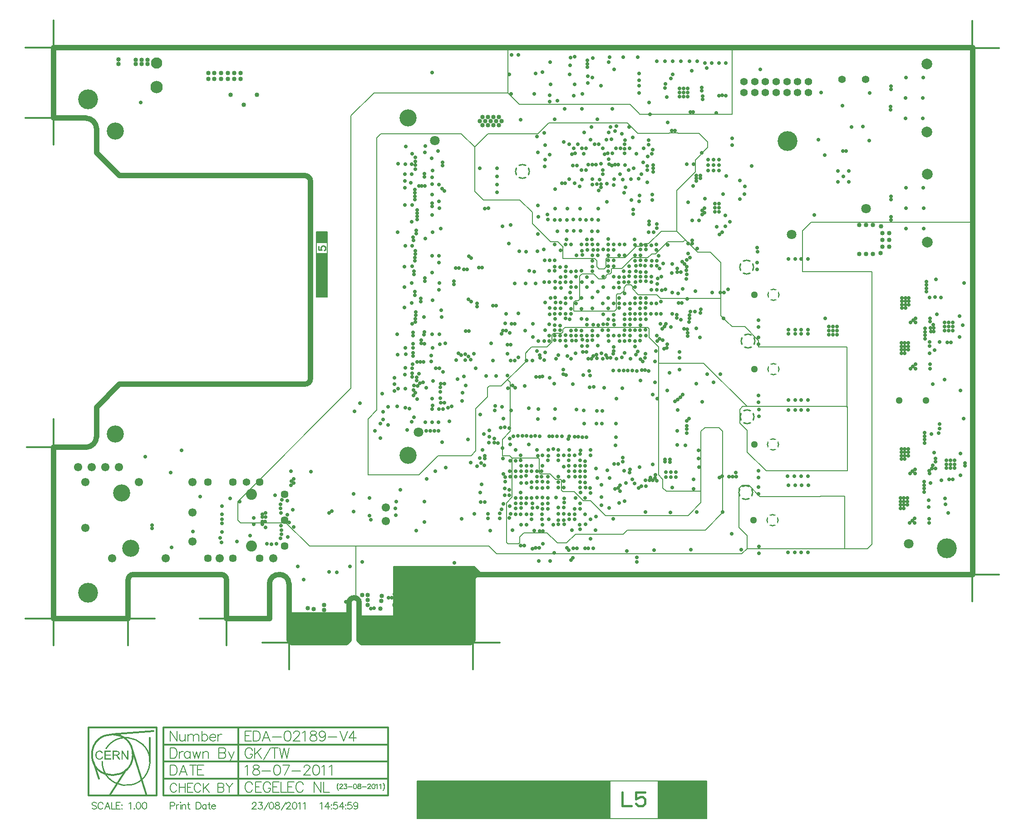
<source format=gbr>
%FSLAX24Y24*%
%MOIN*%
G70*
G01*
G75*
G04 Layer_Physical_Order=5*
G04 Layer_Color=32768*
%ADD10C,0.0400*%
%ADD11C,0.0080*%
%ADD12C,0.0100*%
%ADD13C,0.0150*%
%ADD14R,1.4189X0.2756*%
%ADD15R,0.3511X0.2756*%
%ADD16R,0.0800X0.0800*%
%ADD17R,0.0800X0.3200*%
%ADD18R,0.8400X0.2350*%
%ADD19R,0.4340X0.2360*%
%ADD20C,0.0250*%
%ADD21C,0.0120*%
%ADD22C,0.0070*%
%ADD23C,0.0050*%
%ADD24C,0.0709*%
%ADD25C,0.0571*%
G04:AMPARAMS|DCode=26|XSize=101.339mil|YSize=101.339mil|CornerRadius=0mil|HoleSize=0mil|Usage=FLASHONLY|Rotation=0.000|XOffset=0mil|YOffset=0mil|HoleType=Round|Shape=Relief|Width=20mil|Gap=10mil|Entries=4|*
%AMTHD26*
7,0,0,0.1013,0.0813,0.0200,45*
%
%ADD26THD26*%
G04:AMPARAMS|DCode=27|XSize=95.433mil|YSize=95.433mil|CornerRadius=0mil|HoleSize=0mil|Usage=FLASHONLY|Rotation=0.000|XOffset=0mil|YOffset=0mil|HoleType=Round|Shape=Relief|Width=20mil|Gap=10mil|Entries=4|*
%AMTHD27*
7,0,0,0.0954,0.0754,0.0200,45*
%
%ADD27THD27*%
%ADD28C,0.0551*%
%ADD29C,0.0807*%
G04:AMPARAMS|DCode=30|XSize=185.984mil|YSize=185.984mil|CornerRadius=0mil|HoleSize=0mil|Usage=FLASHONLY|Rotation=0.000|XOffset=0mil|YOffset=0mil|HoleType=Round|Shape=Relief|Width=20mil|Gap=10mil|Entries=4|*
%AMTHD30*
7,0,0,0.1860,0.1660,0.0200,45*
%
%ADD30THD30*%
G04:AMPARAMS|DCode=31|XSize=166.299mil|YSize=166.299mil|CornerRadius=0mil|HoleSize=0mil|Usage=FLASHONLY|Rotation=0.000|XOffset=0mil|YOffset=0mil|HoleType=Round|Shape=Relief|Width=20mil|Gap=10mil|Entries=4|*
%AMTHD31*
7,0,0,0.1663,0.1463,0.0200,45*
%
%ADD31THD31*%
%ADD32C,0.0827*%
%ADD33C,0.0906*%
%ADD34C,0.0610*%
G04:AMPARAMS|DCode=35|XSize=91.496mil|YSize=91.496mil|CornerRadius=0mil|HoleSize=0mil|Usage=FLASHONLY|Rotation=0.000|XOffset=0mil|YOffset=0mil|HoleType=Round|Shape=Relief|Width=20mil|Gap=10mil|Entries=4|*
%AMTHD35*
7,0,0,0.0915,0.0715,0.0200,45*
%
%ADD35THD35*%
%ADD36C,0.0512*%
G04:AMPARAMS|DCode=37|XSize=119.055mil|YSize=119.055mil|CornerRadius=0mil|HoleSize=0mil|Usage=FLASHONLY|Rotation=0.000|XOffset=0mil|YOffset=0mil|HoleType=Round|Shape=Relief|Width=20mil|Gap=10mil|Entries=4|*
%AMTHD37*
7,0,0,0.1191,0.0991,0.0200,45*
%
%ADD37THD37*%
G04:AMPARAMS|DCode=38|XSize=111.181mil|YSize=111.181mil|CornerRadius=0mil|HoleSize=0mil|Usage=FLASHONLY|Rotation=0.000|XOffset=0mil|YOffset=0mil|HoleType=Round|Shape=Relief|Width=20mil|Gap=10mil|Entries=4|*
%AMTHD38*
7,0,0,0.1112,0.0912,0.0200,45*
%
%ADD38THD38*%
%ADD39C,0.0276*%
%ADD40C,0.0335*%
%ADD41C,0.0079*%
%ADD42R,0.3539X0.2756*%
%ADD43R,1.4131X0.2756*%
%ADD44R,0.0800X0.0784*%
%ADD45R,0.8320X0.1950*%
%ADD46R,0.4420X0.2330*%
%ADD47R,0.5840X0.3720*%
%ADD48C,0.1457*%
%ADD49C,0.1260*%
%ADD50C,0.0787*%
G36*
X61318Y38810D02*
X61880Y38248D01*
X61772Y38140D01*
X61150D01*
Y38840D01*
X61140Y38850D01*
X61318D01*
Y38810D01*
D02*
G37*
G36*
X35074Y25290D02*
X35082D01*
X35102Y25289D01*
X35122Y25287D01*
X35144Y25283D01*
X35164Y25279D01*
X35174Y25276D01*
X35183Y25273D01*
X35184D01*
X35185Y25272D01*
X35190Y25271D01*
X35198Y25266D01*
X35208Y25259D01*
X35220Y25251D01*
X35231Y25240D01*
X35243Y25228D01*
X35254Y25212D01*
X35255Y25210D01*
X35258Y25204D01*
X35263Y25195D01*
X35267Y25184D01*
X35272Y25169D01*
X35277Y25152D01*
X35280Y25135D01*
X35281Y25115D01*
Y25114D01*
Y25112D01*
Y25108D01*
X35280Y25104D01*
Y25098D01*
X35279Y25091D01*
X35275Y25075D01*
X35270Y25057D01*
X35263Y25038D01*
X35251Y25019D01*
X35244Y25009D01*
X35236Y25000D01*
X35234Y24998D01*
X35231Y24996D01*
X35228Y24992D01*
X35224Y24989D01*
X35218Y24985D01*
X35211Y24981D01*
X35203Y24976D01*
X35194Y24971D01*
X35184Y24966D01*
X35173Y24961D01*
X35160Y24956D01*
X35147Y24951D01*
X35133Y24947D01*
X35117Y24945D01*
X35101Y24942D01*
X35103Y24941D01*
X35106Y24939D01*
X35112Y24936D01*
X35119Y24932D01*
X35136Y24921D01*
X35144Y24915D01*
X35151Y24909D01*
X35153Y24907D01*
X35158Y24904D01*
X35165Y24896D01*
X35174Y24886D01*
X35185Y24873D01*
X35196Y24859D01*
X35209Y24842D01*
X35222Y24824D01*
X35333Y24650D01*
X35226D01*
X35142Y24783D01*
Y24783D01*
X35140Y24785D01*
X35138Y24788D01*
X35136Y24792D01*
X35129Y24802D01*
X35120Y24815D01*
X35110Y24829D01*
X35100Y24844D01*
X35090Y24858D01*
X35080Y24870D01*
X35079Y24871D01*
X35076Y24875D01*
X35071Y24881D01*
X35066Y24888D01*
X35052Y24902D01*
X35045Y24908D01*
X35037Y24913D01*
X35036Y24914D01*
X35034Y24915D01*
X35030Y24917D01*
X35025Y24920D01*
X35014Y24926D01*
X34999Y24931D01*
X34998D01*
X34996Y24932D01*
X34992D01*
X34987Y24933D01*
X34981Y24934D01*
X34973D01*
X34963Y24935D01*
X34854D01*
Y24650D01*
X34769D01*
Y25291D01*
X35066D01*
X35074Y25290D01*
D02*
G37*
G36*
X34636Y25216D02*
X34257D01*
Y25019D01*
X34612D01*
Y24944D01*
X34257D01*
Y24725D01*
X34651D01*
Y24650D01*
X34172D01*
Y25291D01*
X34636D01*
Y25216D01*
D02*
G37*
G36*
X35917Y24650D02*
X35831D01*
X35494Y25153D01*
Y24650D01*
X35413D01*
Y25291D01*
X35499D01*
X35836Y24787D01*
Y25291D01*
X35917D01*
Y24650D01*
D02*
G37*
G36*
X33818Y25301D02*
X33826Y25300D01*
X33836Y25299D01*
X33846Y25298D01*
X33858Y25296D01*
X33884Y25290D01*
X33911Y25281D01*
X33924Y25275D01*
X33938Y25269D01*
X33951Y25261D01*
X33964Y25252D01*
X33965Y25251D01*
X33966Y25250D01*
X33969Y25247D01*
X33974Y25243D01*
X33979Y25238D01*
X33986Y25231D01*
X33993Y25225D01*
X34000Y25217D01*
X34007Y25207D01*
X34014Y25197D01*
X34022Y25186D01*
X34030Y25173D01*
X34037Y25160D01*
X34044Y25146D01*
X34055Y25114D01*
X33971Y25095D01*
Y25096D01*
X33970Y25098D01*
X33969Y25102D01*
X33967Y25107D01*
X33965Y25112D01*
X33962Y25119D01*
X33955Y25134D01*
X33946Y25150D01*
X33934Y25168D01*
X33922Y25184D01*
X33906Y25197D01*
X33904Y25198D01*
X33898Y25202D01*
X33889Y25207D01*
X33877Y25214D01*
X33862Y25220D01*
X33843Y25225D01*
X33823Y25229D01*
X33800Y25230D01*
X33793D01*
X33788Y25229D01*
X33781D01*
X33774Y25228D01*
X33757Y25225D01*
X33737Y25221D01*
X33717Y25214D01*
X33696Y25205D01*
X33677Y25193D01*
X33676D01*
X33675Y25191D01*
X33669Y25187D01*
X33660Y25179D01*
X33649Y25168D01*
X33639Y25154D01*
X33627Y25139D01*
X33616Y25119D01*
X33607Y25098D01*
Y25097D01*
X33606Y25095D01*
X33605Y25092D01*
X33604Y25087D01*
X33602Y25082D01*
X33601Y25075D01*
X33598Y25060D01*
X33594Y25041D01*
X33591Y25021D01*
X33589Y24998D01*
X33588Y24975D01*
Y24974D01*
Y24971D01*
Y24967D01*
Y24961D01*
X33589Y24954D01*
Y24945D01*
X33590Y24937D01*
X33591Y24927D01*
X33594Y24905D01*
X33598Y24880D01*
X33603Y24856D01*
X33611Y24832D01*
Y24831D01*
X33612Y24829D01*
X33614Y24826D01*
X33616Y24823D01*
X33621Y24811D01*
X33629Y24798D01*
X33640Y24783D01*
X33652Y24768D01*
X33667Y24753D01*
X33684Y24741D01*
X33685D01*
X33686Y24740D01*
X33689Y24738D01*
X33693Y24736D01*
X33704Y24732D01*
X33718Y24726D01*
X33733Y24721D01*
X33752Y24716D01*
X33772Y24712D01*
X33794Y24711D01*
X33801D01*
X33805Y24712D01*
X33811D01*
X33819Y24713D01*
X33836Y24716D01*
X33854Y24721D01*
X33875Y24729D01*
X33894Y24739D01*
X33914Y24752D01*
X33915Y24753D01*
X33916Y24754D01*
X33922Y24760D01*
X33930Y24770D01*
X33941Y24783D01*
X33952Y24800D01*
X33964Y24821D01*
X33973Y24846D01*
X33981Y24874D01*
X34066Y24853D01*
Y24852D01*
X34065Y24848D01*
X34063Y24843D01*
X34061Y24835D01*
X34057Y24827D01*
X34053Y24817D01*
X34049Y24806D01*
X34044Y24794D01*
X34031Y24768D01*
X34013Y24742D01*
X33994Y24716D01*
X33982Y24704D01*
X33969Y24694D01*
X33968Y24693D01*
X33966Y24692D01*
X33963Y24689D01*
X33957Y24685D01*
X33950Y24681D01*
X33942Y24676D01*
X33933Y24671D01*
X33923Y24666D01*
X33911Y24661D01*
X33898Y24657D01*
X33884Y24652D01*
X33869Y24648D01*
X33837Y24641D01*
X33819Y24640D01*
X33801Y24639D01*
X33791D01*
X33783Y24640D01*
X33774D01*
X33764Y24641D01*
X33753Y24643D01*
X33741Y24644D01*
X33714Y24650D01*
X33685Y24657D01*
X33658Y24667D01*
X33644Y24673D01*
X33632Y24681D01*
X33631Y24682D01*
X33629Y24683D01*
X33626Y24686D01*
X33621Y24689D01*
X33609Y24699D01*
X33596Y24712D01*
X33579Y24729D01*
X33563Y24750D01*
X33547Y24775D01*
X33533Y24803D01*
Y24804D01*
X33532Y24807D01*
X33530Y24811D01*
X33528Y24817D01*
X33525Y24824D01*
X33522Y24833D01*
X33519Y24843D01*
X33517Y24855D01*
X33514Y24866D01*
X33511Y24880D01*
X33505Y24909D01*
X33501Y24941D01*
X33500Y24975D01*
Y24976D01*
Y24980D01*
Y24985D01*
X33501Y24991D01*
Y25000D01*
X33502Y25011D01*
X33503Y25022D01*
X33505Y25034D01*
X33510Y25062D01*
X33516Y25091D01*
X33525Y25121D01*
X33538Y25149D01*
Y25150D01*
X33540Y25152D01*
X33542Y25156D01*
X33545Y25162D01*
X33549Y25168D01*
X33554Y25175D01*
X33566Y25191D01*
X33581Y25210D01*
X33599Y25229D01*
X33622Y25247D01*
X33646Y25263D01*
X33647D01*
X33649Y25265D01*
X33653Y25267D01*
X33659Y25269D01*
X33665Y25271D01*
X33673Y25275D01*
X33682Y25278D01*
X33692Y25282D01*
X33703Y25286D01*
X33715Y25289D01*
X33741Y25296D01*
X33770Y25300D01*
X33802Y25302D01*
X33811D01*
X33818Y25301D01*
D02*
G37*
%LPC*%
G36*
X35056Y25220D02*
X34854D01*
Y25008D01*
X35045D01*
X35056Y25009D01*
X35068Y25010D01*
X35083Y25011D01*
X35099Y25013D01*
X35113Y25016D01*
X35126Y25020D01*
X35128Y25021D01*
X35132Y25022D01*
X35138Y25025D01*
X35144Y25028D01*
X35152Y25034D01*
X35161Y25041D01*
X35169Y25049D01*
X35176Y25058D01*
X35177Y25059D01*
X35179Y25063D01*
X35182Y25068D01*
X35185Y25075D01*
X35187Y25083D01*
X35190Y25093D01*
X35192Y25104D01*
X35193Y25115D01*
Y25116D01*
Y25117D01*
Y25123D01*
X35191Y25131D01*
X35189Y25142D01*
X35185Y25153D01*
X35180Y25166D01*
X35171Y25179D01*
X35160Y25190D01*
X35158Y25191D01*
X35154Y25195D01*
X35145Y25200D01*
X35135Y25205D01*
X35120Y25211D01*
X35103Y25215D01*
X35081Y25219D01*
X35056Y25220D01*
D02*
G37*
%LPD*%
D10*
X36299Y38248D02*
G03*
X35905Y37854I0J-394D01*
G01*
X43130D02*
G03*
X42736Y38248I-394J0D01*
G01*
X47716Y37529D02*
G03*
X46279Y37529I-719J0D01*
G01*
X52874Y36161D02*
G03*
X52126Y36161I-374J0D01*
G01*
X61614Y38248D02*
G03*
X61220Y37854I0J-394D01*
G01*
X33583Y71004D02*
G03*
X32795Y71791I-787J0D01*
G01*
X49291Y67165D02*
G03*
X48898Y67559I-394J0D01*
G01*
Y52244D02*
G03*
X49291Y52638I0J394D01*
G01*
X32795Y47598D02*
G03*
X33583Y48386I0J787D01*
G01*
X30433Y35000D02*
Y47598D01*
Y35000D02*
X35905D01*
Y37854D01*
X35905Y37854D02*
X35905Y37854D01*
X36299Y38248D02*
X36299Y38248D01*
X42736D01*
X42736Y38248D01*
X43130Y37854D02*
X43130Y37854D01*
Y35000D02*
Y37854D01*
Y35000D02*
X46279D01*
Y37529D01*
X47716Y33425D02*
Y37529D01*
Y33425D02*
X47913Y33228D01*
X51929D01*
X52126Y33425D01*
Y36161D01*
X52874Y33425D02*
Y36161D01*
Y33425D02*
X53071Y33228D01*
X53071Y33228D02*
X53071Y33228D01*
X53071Y33228D02*
X61024D01*
X61220Y33425D01*
X61220D02*
X61220D01*
X61220D02*
Y37854D01*
X61220Y37854D01*
X61614Y38248D02*
X61614Y38248D01*
X61614Y38248D02*
X97913D01*
Y76988D01*
X30433D02*
X97913D01*
X30433Y71791D02*
Y76988D01*
Y71791D02*
X32795D01*
X33583Y71004D02*
X33583D01*
X33583Y69252D02*
Y71004D01*
Y69252D02*
X35276Y67559D01*
X48898D01*
X49291Y52638D02*
Y67165D01*
X35276Y52244D02*
X48898D01*
X33583Y50551D02*
X35276Y52244D01*
X33583Y48386D02*
Y50551D01*
Y48386D02*
X33583D01*
X30433Y47598D02*
X32795D01*
D11*
X63303Y52108D02*
X65083Y53888D01*
X63963Y48758D02*
Y52368D01*
X62413Y52108D02*
X63303D01*
X62293Y51988D02*
X62413Y52108D01*
X62293Y51318D02*
Y51988D01*
X61423Y50448D02*
X62293Y51318D01*
X61423Y47328D02*
Y50448D01*
X61083Y46988D02*
X61423Y47328D01*
X75537Y62698D02*
X76663D01*
X75053Y63488D02*
X76203D01*
X74143Y62578D02*
X75053Y63488D01*
X63383Y46988D02*
Y48178D01*
Y46988D02*
X63383Y46988D01*
X75423Y44368D02*
X77963D01*
X75173Y44618D02*
X75423Y44368D01*
X75173Y44618D02*
Y45242D01*
X70947Y42588D02*
X75343D01*
X81493Y44798D02*
X82303Y43988D01*
X80993Y44798D02*
X81493D01*
X80773Y44578D02*
X80993Y44798D01*
X80773Y43608D02*
Y44578D01*
X86737Y43998D02*
X88527D01*
X86727Y43988D02*
X86737Y43998D01*
X81369Y40138D02*
Y41103D01*
X80773Y41699D02*
X81369Y41103D01*
X82763Y45858D02*
X88703D01*
X81369Y47252D02*
X82763Y45858D01*
X81369Y47252D02*
Y48852D01*
X74853Y45562D02*
Y53778D01*
X76347Y58528D02*
X79443D01*
X61363Y66418D02*
Y69663D01*
Y66418D02*
X61993Y65788D01*
X71383Y60438D02*
Y60705D01*
X49743Y59422D02*
X50543D01*
X49743D02*
Y60222D01*
X50543Y59422D02*
Y60222D01*
X49743D02*
X50543D01*
X49743Y58622D02*
Y59422D01*
Y58622D02*
X50543D01*
X49743Y63422D02*
X50543D01*
X49743Y60172D02*
Y60272D01*
Y63422D01*
X50543Y58622D02*
Y63422D01*
X49743Y62622D02*
Y63422D01*
Y62622D02*
X50543D01*
Y63422D01*
X49743D02*
X50543D01*
X49743Y61022D02*
X50543D01*
X49743Y61822D02*
X50543D01*
Y61022D02*
Y61822D01*
X49743Y61022D02*
Y61822D01*
Y61022D02*
X50543D01*
Y60222D02*
Y61022D01*
X49743Y60222D02*
X50543D01*
X49743D02*
Y61022D01*
Y58622D02*
Y59422D01*
Y58622D02*
X50543D01*
Y59422D01*
X49743D02*
X50543D01*
X75628Y70680D02*
X75638Y70690D01*
X76207Y66478D02*
X77559Y67831D01*
X76207Y63484D02*
Y66478D01*
X63937Y46988D02*
X64104Y46821D01*
X63383Y46988D02*
X63937D01*
X63383Y48178D02*
X63963Y48758D01*
X74853Y45562D02*
X75173Y45242D01*
X69067Y58478D02*
Y60188D01*
X68972Y58383D02*
X69067Y58478D01*
X68750Y58383D02*
X68972D01*
X68627Y58260D02*
X68750Y58383D01*
X68627Y57642D02*
Y58260D01*
Y57642D02*
X68650Y57618D01*
X69507D01*
X67447Y62718D02*
X67837Y62328D01*
Y61478D02*
Y62328D01*
Y61478D02*
X68687D01*
X69157Y57618D02*
X71627D01*
X72947Y59237D02*
Y59418D01*
X72827Y59538D02*
X72947Y59418D01*
X72507Y59538D02*
X72827D01*
X72060Y58860D02*
X72319Y59119D01*
X71757Y57748D02*
Y58788D01*
X69217Y60338D02*
X70087D01*
X70457Y59968D01*
X70887D01*
X70987Y60068D01*
Y60198D01*
X71127Y60338D01*
X71283D01*
X70487Y60708D02*
X70867D01*
X70327Y60868D02*
X70487Y60708D01*
X70327Y60868D02*
Y61298D01*
X70147Y61478D02*
X70327Y61298D01*
X68877Y61478D02*
X70147D01*
X69067Y59658D02*
Y60188D01*
X69217Y60338D01*
X69927D01*
X79443Y57262D02*
X79857Y56848D01*
X79443Y57262D02*
Y61178D01*
X75977Y58528D02*
X77777D01*
X75007D02*
X75977D01*
X74727Y58808D02*
X75007Y58528D01*
X73375Y58808D02*
X74727D01*
X72947Y59237D02*
X73375Y58808D01*
X72169Y60748D02*
X72945Y61524D01*
X71433Y60748D02*
X72169D01*
X71283Y60338D02*
X71383Y60438D01*
X69157Y57618D02*
X69857D01*
X78477Y69638D02*
Y70028D01*
X77559Y68721D02*
X78477Y69638D01*
X77559Y68401D02*
Y68721D01*
X77817Y70688D02*
X78477Y70028D01*
X76307Y70688D02*
X77817D01*
X76305Y70690D02*
X76307Y70688D01*
X75638Y70690D02*
X76305D01*
X73320Y70680D02*
X75628D01*
X72560Y71440D02*
X73320Y70680D01*
X64640Y72798D02*
X72753D01*
X72752Y72797D02*
X73417Y72133D01*
X73462Y72088D01*
X73473Y72078D02*
X80273D01*
X70457Y60708D02*
X70867D01*
X70987Y60828D01*
Y61428D01*
X71107Y61548D01*
X67447Y62718D02*
X67837Y62328D01*
X66917Y62718D02*
X67447D01*
X66267Y63368D02*
X66917Y62718D01*
X68687Y61478D02*
X69077D01*
X67447Y62718D02*
X67847Y62318D01*
X77559Y67831D02*
Y68401D01*
X69857Y57618D02*
X71627D01*
X71757Y57748D01*
Y58678D01*
X71383Y60705D02*
X71417Y60738D01*
X67837Y56088D02*
Y56258D01*
X67737Y55988D02*
X67837Y56088D01*
X67147Y55988D02*
X67737D01*
X67027Y55868D02*
X67147Y55988D01*
X67027Y55328D02*
Y55868D01*
X66657Y54958D02*
X67027Y55328D01*
X65537Y54958D02*
X66657D01*
X74157Y55668D02*
X74853Y54972D01*
X74157Y55668D02*
Y56308D01*
X74067Y56398D02*
X74157Y56308D01*
X72352Y56398D02*
X74067D01*
X66077Y46778D02*
X66097Y46758D01*
X64950Y46821D02*
X65844D01*
X64104D02*
X64950D01*
X63937Y46988D02*
X64104Y46821D01*
X70087Y43448D02*
X70947Y42588D01*
X72217D01*
X65844Y46821D02*
X66034D01*
X66097Y46758D01*
X63687Y43508D02*
X64104Y43926D01*
X63687Y41518D02*
Y43508D01*
X66097Y45748D02*
Y46328D01*
Y45748D02*
X66207Y45638D01*
X66897D01*
X67297Y45238D01*
X67657D01*
X67727Y45168D01*
Y44438D02*
Y45168D01*
Y44438D02*
X67827Y44338D01*
X68687D01*
X66097Y45848D02*
Y46758D01*
X64104Y43926D02*
Y44238D01*
Y46421D02*
Y46821D01*
X64647Y40998D02*
X64957Y41309D01*
X65247D01*
X67421Y40558D02*
X68111D01*
X67047Y40932D02*
X67421Y40558D01*
X76207Y63484D02*
X77743Y61948D01*
X88703Y50538D02*
Y54968D01*
X81373Y50598D02*
X88713D01*
Y45858D02*
Y50598D01*
X82303Y43988D02*
X86727D01*
X88527Y40138D02*
Y43998D01*
X81369Y40138D02*
X82617D01*
X80773Y41699D02*
Y43738D01*
X80833Y49388D02*
Y50388D01*
X86063Y64134D02*
X97833D01*
X72558Y71438D02*
X72560Y71440D01*
X66797Y71438D02*
X72558D01*
X65986Y70628D02*
X66797Y71438D01*
X64677Y65788D02*
X65607Y64858D01*
X54173Y50335D02*
Y70355D01*
X54467Y70648D01*
X82137Y40138D02*
X88527D01*
X98015Y64638D02*
X98025Y64628D01*
X90517Y40464D02*
Y40558D01*
X90191Y40138D02*
X90517Y40464D01*
X77743Y61948D02*
X78673D01*
X79443Y61178D01*
X54467Y70648D02*
X58169D01*
X61993Y65788D02*
X64677D01*
X58677Y46988D02*
X61083D01*
X57256Y45568D02*
X58677Y46988D01*
X55893Y45568D02*
X57256D01*
X55893D02*
X55903D01*
X53517D02*
X55903D01*
X53517D02*
Y49678D01*
X54173Y50335D01*
X55807Y70648D02*
X60378D01*
X61363Y69663D01*
X63687Y40608D02*
Y42158D01*
Y40608D02*
X63797Y40498D01*
X64577D01*
X64647Y40568D01*
Y40998D01*
X63687Y40648D02*
Y43508D01*
X81357Y40138D02*
X90191D01*
X80977Y39758D02*
X81357Y40138D01*
X62962Y39758D02*
X80977D01*
X52527Y36418D02*
X52637Y36528D01*
Y37568D01*
X74853Y53778D02*
X74853Y53778D01*
X74853Y53778D02*
X77513D01*
X76597D02*
X78167D01*
X81347Y50598D01*
X82207Y54988D02*
Y55444D01*
X81193Y56458D02*
X82207Y55444D01*
X80247Y56458D02*
X81193D01*
X79857Y56848D02*
X80247Y56458D01*
X72607Y61186D02*
X72945Y61524D01*
X74072D01*
X74348Y61800D01*
X74639D01*
X75537Y62698D01*
X73844Y62578D02*
X74143D01*
X73630Y62365D02*
X73844Y62578D01*
X73218Y62365D02*
X73630D01*
X72401Y61548D02*
X73218Y62365D01*
X71107Y61548D02*
X72401D01*
X69877Y41218D02*
X72247D01*
X72547Y41518D01*
X74077D01*
X78287D01*
X79573Y42805D01*
Y48768D01*
X77973Y43545D02*
Y48758D01*
X77017Y42588D02*
X77973Y43545D01*
X72847Y42588D02*
X77017D01*
X62335Y70628D02*
X65986D01*
X61367Y69660D02*
X62335Y70628D01*
X65607Y64028D02*
Y64858D01*
Y64028D02*
X66297Y63338D01*
X57119Y23070D02*
X78379D01*
Y20314D02*
Y23070D01*
X57119Y20314D02*
X78379D01*
X57119D02*
Y23070D01*
X60662Y20314D02*
Y23070D01*
X60662Y20314D02*
X60662Y20314D01*
X64206Y20314D02*
Y23070D01*
X67749Y20314D02*
Y23070D01*
X67749Y20314D02*
X67749Y20314D01*
X71292Y20314D02*
Y23070D01*
X74836Y20314D02*
Y23070D01*
X64104Y44791D02*
Y46421D01*
Y44048D02*
Y44791D01*
X64957Y41309D02*
X66670D01*
X67421Y40558D01*
X68127Y44338D02*
X68668D01*
X69327Y43680D01*
X69855D01*
X70087Y43448D01*
X68111Y40558D02*
X68771Y41218D01*
X70377D01*
X67837Y56088D02*
Y56258D01*
X67987Y56408D01*
X68293Y56398D02*
X72352D01*
X71828Y58860D02*
X72060D01*
X71757Y58788D02*
X71828Y58860D01*
X72319Y59119D02*
Y59351D01*
X72507Y59538D01*
X80273Y72078D02*
Y76988D01*
X77973Y48758D02*
X78263Y49048D01*
X79293D01*
X79573Y48768D01*
X82213Y54988D02*
X88703D01*
Y54948D02*
Y54988D01*
X80833Y49388D02*
X81369Y48852D01*
X80833Y50388D02*
X81043Y50598D01*
X81347D01*
X65137Y54558D02*
X65537Y54958D01*
X52273Y51923D02*
Y71958D01*
X53953Y73638D01*
X74853Y53708D02*
Y54972D01*
X90517Y40464D02*
Y60512D01*
Y40464D02*
Y60512D01*
X65083Y53888D02*
Y54498D01*
X65253Y54668D01*
X63773Y52558D02*
X63963Y52368D01*
X67421Y40558D02*
X67603D01*
X76663Y62698D02*
X76813Y62848D01*
X68283Y56408D02*
X68293Y56398D01*
X67987Y56408D02*
X68283D01*
X52633Y40338D02*
X56533D01*
X52633D02*
X52637Y37568D01*
X49212Y40338D02*
X52633D01*
X52637Y37568D01*
X85433Y63504D02*
X86063Y64134D01*
X85433Y60512D02*
Y63504D01*
Y60512D02*
X90517D01*
X53953Y73638D02*
X63800D01*
D12*
X49895Y62361D02*
Y62117D01*
X50114Y62093D01*
X50090Y62117D01*
X50066Y62190D01*
Y62263D01*
X50090Y62336D01*
X50139Y62385D01*
X50212Y62410D01*
X50261D01*
X50334Y62385D01*
X50382Y62336D01*
X50407Y62263D01*
Y62190D01*
X50382Y62117D01*
X50358Y62093D01*
X50309Y62068D01*
X49885Y62361D02*
Y62117D01*
X50104Y62093D01*
X50080Y62117D01*
X50056Y62190D01*
Y62263D01*
X50080Y62336D01*
X50129Y62385D01*
X50202Y62410D01*
X50251D01*
X50324Y62385D01*
X50372Y62336D01*
X50397Y62263D01*
Y62190D01*
X50372Y62117D01*
X50348Y62093D01*
X50299Y62068D01*
X34000Y24503D02*
G03*
X34281Y25450I1750J-3D01*
G01*
D13*
X72180Y22245D02*
Y21246D01*
X72846D01*
X73846Y22245D02*
X73179D01*
Y21745D01*
X73513Y21912D01*
X73679D01*
X73846Y21745D01*
Y21412D01*
X73679Y21246D01*
X73346D01*
X73179Y21412D01*
D17*
X50117Y60218D02*
D03*
D20*
X52874Y36161D02*
G03*
X52126Y36161I-374J0D01*
G01*
X47716Y37529D02*
G03*
X46279Y37529I-719J0D01*
G01*
X33583Y71004D02*
G03*
X32795Y71791I-787J0D01*
G01*
Y47598D02*
G03*
X33583Y48386I0J787D01*
G01*
X49291Y67165D02*
G03*
X48898Y67559I-394J0D01*
G01*
Y52244D02*
G03*
X49291Y52638I0J394D01*
G01*
X36299Y38248D02*
G03*
X35905Y37854I0J-394D01*
G01*
X43130D02*
G03*
X42736Y38248I-394J0D01*
G01*
X61614D02*
G03*
X61220Y37854I0J-394D01*
G01*
X30433Y35000D02*
X35905D01*
X97913Y38248D02*
Y76988D01*
X61024Y33228D02*
X61220Y33425D01*
X53071Y33228D02*
X61024D01*
X52874Y33425D02*
X53071Y33228D01*
X52874Y33425D02*
Y36161D01*
X51929Y33228D02*
X52126Y33425D01*
X47913Y33228D02*
X51929D01*
X47716Y33425D02*
X47913Y33228D01*
X47716Y33425D02*
Y37529D01*
X46279Y35000D02*
Y37529D01*
X43130Y35000D02*
X46279D01*
X52126Y33425D02*
Y36161D01*
X30433Y71791D02*
X32795D01*
X30433Y47598D02*
X32795D01*
X30433Y35000D02*
Y47598D01*
Y76988D02*
X97913D01*
X30433Y71791D02*
Y76988D01*
X33583Y69252D02*
Y71004D01*
Y69252D02*
X35276Y67559D01*
X49291Y52638D02*
Y67165D01*
X35905Y35000D02*
Y37854D01*
X36299Y38248D02*
X42736D01*
X43130Y35000D02*
Y37854D01*
X61220Y33425D02*
Y37854D01*
X61614Y38248D02*
X97904D01*
X35276Y67559D02*
X48898D01*
X35276Y52244D02*
X48898D01*
X33583Y50551D02*
X35276Y52244D01*
X33583Y48386D02*
Y50551D01*
D21*
X30433Y33031D02*
Y35000D01*
X28346D02*
X30433D01*
X97884Y38253D02*
X99852D01*
X45748Y33228D02*
X47716D01*
X41161Y35000D02*
X43130D01*
Y33031D02*
Y35000D01*
X97898Y76954D02*
X99866D01*
X97898D02*
Y78923D01*
X30433Y76988D02*
Y78956D01*
X28346Y76988D02*
X30433D01*
X47716Y31260D02*
Y33228D01*
X61220Y31260D02*
Y33229D01*
X63189D01*
X97884Y36284D02*
Y38253D01*
X35905Y33031D02*
Y35000D01*
X37874D01*
X30433Y47598D02*
Y49685D01*
X28465Y47598D02*
X30433D01*
X28346Y71791D02*
X30433D01*
Y69823D02*
Y71791D01*
X46811Y67559D02*
X48898D01*
X49291Y65197D02*
Y67165D01*
Y52638D02*
Y54606D01*
X46929Y52244D02*
X48898D01*
X36250Y25000D02*
G03*
X36250Y25000I-1500J0D01*
G01*
X38500Y27000D02*
X55000D01*
X38500Y25750D02*
X55000D01*
X38500Y24500D02*
X55000D01*
X38500Y23250D02*
X55000D01*
X38500Y22000D02*
X55000D01*
Y27000D01*
X36220Y25300D02*
X37250Y22000D01*
X33000Y27000D02*
X38000D01*
X34750Y26500D02*
X37750Y26750D01*
X33000Y22000D02*
X38000D01*
X44000D02*
Y27000D01*
X38000Y22000D02*
Y27000D01*
X38500Y22000D02*
Y27000D01*
X37500Y24500D02*
Y26250D01*
X33000Y22000D02*
Y27000D01*
X34550Y22050D02*
X35760Y23890D01*
X33350Y24460D02*
X33750Y23250D01*
D22*
X45036Y22821D02*
X45000Y22892D01*
X44928Y22964D01*
X44857Y23000D01*
X44714D01*
X44643Y22964D01*
X44571Y22892D01*
X44536Y22821D01*
X44500Y22714D01*
Y22535D01*
X44536Y22428D01*
X44571Y22357D01*
X44643Y22285D01*
X44714Y22250D01*
X44857D01*
X44928Y22285D01*
X45000Y22357D01*
X45036Y22428D01*
X45710Y23000D02*
X45246D01*
Y22250D01*
X45710D01*
X45246Y22643D02*
X45532D01*
X46371Y22821D02*
X46335Y22892D01*
X46264Y22964D01*
X46192Y23000D01*
X46050D01*
X45978Y22964D01*
X45907Y22892D01*
X45871Y22821D01*
X45835Y22714D01*
Y22535D01*
X45871Y22428D01*
X45907Y22357D01*
X45978Y22285D01*
X46050Y22250D01*
X46192D01*
X46264Y22285D01*
X46335Y22357D01*
X46371Y22428D01*
Y22535D01*
X46192D02*
X46371D01*
X47007Y23000D02*
X46542D01*
Y22250D01*
X47007D01*
X46542Y22643D02*
X46828D01*
X47132Y23000D02*
Y22250D01*
X47560D01*
X48106Y23000D02*
X47642D01*
Y22250D01*
X48106D01*
X47642Y22643D02*
X47928D01*
X48767Y22821D02*
X48731Y22892D01*
X48660Y22964D01*
X48588Y23000D01*
X48446D01*
X48374Y22964D01*
X48303Y22892D01*
X48267Y22821D01*
X48231Y22714D01*
Y22535D01*
X48267Y22428D01*
X48303Y22357D01*
X48374Y22285D01*
X48446Y22250D01*
X48588D01*
X48660Y22285D01*
X48731Y22357D01*
X48767Y22428D01*
X49567Y23000D02*
Y22250D01*
Y23000D02*
X50067Y22250D01*
Y23000D02*
Y22250D01*
X50274Y23000D02*
Y22250D01*
X50702D01*
X45036Y25321D02*
X45000Y25392D01*
X44928Y25464D01*
X44857Y25500D01*
X44714D01*
X44643Y25464D01*
X44571Y25392D01*
X44536Y25321D01*
X44500Y25214D01*
Y25035D01*
X44536Y24928D01*
X44571Y24857D01*
X44643Y24785D01*
X44714Y24750D01*
X44857D01*
X44928Y24785D01*
X45000Y24857D01*
X45036Y24928D01*
Y25035D01*
X44857D02*
X45036D01*
X45207Y25500D02*
Y24750D01*
X45707Y25500D02*
X45207Y25000D01*
X45385Y25178D02*
X45707Y24750D01*
X45875Y24643D02*
X46375Y25500D01*
X46674D02*
Y24750D01*
X46425Y25500D02*
X46924D01*
X47014D02*
X47192Y24750D01*
X47371Y25500D02*
X47192Y24750D01*
X47371Y25500D02*
X47549Y24750D01*
X47728Y25500D02*
X47549Y24750D01*
X44500Y24107D02*
X44571Y24142D01*
X44678Y24250D01*
Y23500D01*
X45228Y24250D02*
X45121Y24214D01*
X45086Y24142D01*
Y24071D01*
X45121Y24000D01*
X45193Y23964D01*
X45335Y23928D01*
X45443Y23893D01*
X45514Y23821D01*
X45550Y23750D01*
Y23643D01*
X45514Y23571D01*
X45478Y23535D01*
X45371Y23500D01*
X45228D01*
X45121Y23535D01*
X45086Y23571D01*
X45050Y23643D01*
Y23750D01*
X45086Y23821D01*
X45157Y23893D01*
X45264Y23928D01*
X45407Y23964D01*
X45478Y24000D01*
X45514Y24071D01*
Y24142D01*
X45478Y24214D01*
X45371Y24250D01*
X45228D01*
X45718Y23821D02*
X46360D01*
X46796Y24250D02*
X46689Y24214D01*
X46617Y24107D01*
X46582Y23928D01*
Y23821D01*
X46617Y23643D01*
X46689Y23535D01*
X46796Y23500D01*
X46867D01*
X46974Y23535D01*
X47046Y23643D01*
X47082Y23821D01*
Y23928D01*
X47046Y24107D01*
X46974Y24214D01*
X46867Y24250D01*
X46796D01*
X47749D02*
X47392Y23500D01*
X47249Y24250D02*
X47749D01*
X47917Y23821D02*
X48560D01*
X48817Y24071D02*
Y24107D01*
X48853Y24178D01*
X48888Y24214D01*
X48960Y24250D01*
X49103D01*
X49174Y24214D01*
X49210Y24178D01*
X49245Y24107D01*
Y24035D01*
X49210Y23964D01*
X49138Y23857D01*
X48781Y23500D01*
X49281D01*
X49663Y24250D02*
X49556Y24214D01*
X49485Y24107D01*
X49449Y23928D01*
Y23821D01*
X49485Y23643D01*
X49556Y23535D01*
X49663Y23500D01*
X49735D01*
X49842Y23535D01*
X49913Y23643D01*
X49949Y23821D01*
Y23928D01*
X49913Y24107D01*
X49842Y24214D01*
X49735Y24250D01*
X49663D01*
X50117Y24107D02*
X50188Y24142D01*
X50295Y24250D01*
Y23500D01*
X50666Y24107D02*
X50738Y24142D01*
X50845Y24250D01*
Y23500D01*
X44964Y26750D02*
X44500D01*
Y26000D01*
X44964D01*
X44500Y26393D02*
X44786D01*
X45089Y26750D02*
Y26000D01*
Y26750D02*
X45339D01*
X45446Y26714D01*
X45518Y26642D01*
X45553Y26571D01*
X45589Y26464D01*
Y26285D01*
X45553Y26178D01*
X45518Y26107D01*
X45446Y26035D01*
X45339Y26000D01*
X45089D01*
X46328D02*
X46042Y26750D01*
X45757Y26000D01*
X45864Y26250D02*
X46221D01*
X46503Y26321D02*
X47146D01*
X47581Y26750D02*
X47474Y26714D01*
X47403Y26607D01*
X47367Y26428D01*
Y26321D01*
X47403Y26143D01*
X47474Y26035D01*
X47581Y26000D01*
X47653D01*
X47760Y26035D01*
X47831Y26143D01*
X47867Y26321D01*
Y26428D01*
X47831Y26607D01*
X47760Y26714D01*
X47653Y26750D01*
X47581D01*
X48071Y26571D02*
Y26607D01*
X48106Y26678D01*
X48142Y26714D01*
X48213Y26750D01*
X48356D01*
X48428Y26714D01*
X48463Y26678D01*
X48499Y26607D01*
Y26535D01*
X48463Y26464D01*
X48392Y26357D01*
X48035Y26000D01*
X48535D01*
X48703Y26607D02*
X48774Y26642D01*
X48881Y26750D01*
Y26000D01*
X49431Y26750D02*
X49324Y26714D01*
X49288Y26642D01*
Y26571D01*
X49324Y26500D01*
X49395Y26464D01*
X49538Y26428D01*
X49645Y26393D01*
X49717Y26321D01*
X49752Y26250D01*
Y26143D01*
X49717Y26071D01*
X49681Y26035D01*
X49574Y26000D01*
X49431D01*
X49324Y26035D01*
X49288Y26071D01*
X49252Y26143D01*
Y26250D01*
X49288Y26321D01*
X49360Y26393D01*
X49467Y26428D01*
X49610Y26464D01*
X49681Y26500D01*
X49717Y26571D01*
Y26642D01*
X49681Y26714D01*
X49574Y26750D01*
X49431D01*
X50384Y26500D02*
X50349Y26393D01*
X50277Y26321D01*
X50170Y26285D01*
X50134D01*
X50027Y26321D01*
X49956Y26393D01*
X49920Y26500D01*
Y26535D01*
X49956Y26642D01*
X50027Y26714D01*
X50134Y26750D01*
X50170D01*
X50277Y26714D01*
X50349Y26642D01*
X50384Y26500D01*
Y26321D01*
X50349Y26143D01*
X50277Y26035D01*
X50170Y26000D01*
X50099D01*
X49992Y26035D01*
X49956Y26107D01*
X50588Y26321D02*
X51231D01*
X51452Y26750D02*
X51738Y26000D01*
X52023Y26750D02*
X51738Y26000D01*
X52477Y26750D02*
X52120Y26250D01*
X52655D01*
X52477Y26750D02*
Y26000D01*
X39000Y26750D02*
Y26000D01*
Y26750D02*
X39500Y26000D01*
Y26750D02*
Y26000D01*
X39707Y26500D02*
Y26143D01*
X39743Y26035D01*
X39814Y26000D01*
X39921D01*
X39993Y26035D01*
X40100Y26143D01*
Y26500D02*
Y26000D01*
X40296Y26500D02*
Y26000D01*
Y26357D02*
X40403Y26464D01*
X40475Y26500D01*
X40582D01*
X40653Y26464D01*
X40689Y26357D01*
Y26000D01*
Y26357D02*
X40796Y26464D01*
X40867Y26500D01*
X40974D01*
X41046Y26464D01*
X41082Y26357D01*
Y26000D01*
X41317Y26750D02*
Y26000D01*
Y26393D02*
X41389Y26464D01*
X41460Y26500D01*
X41567D01*
X41639Y26464D01*
X41710Y26393D01*
X41746Y26285D01*
Y26214D01*
X41710Y26107D01*
X41639Y26035D01*
X41567Y26000D01*
X41460D01*
X41389Y26035D01*
X41317Y26107D01*
X41906Y26285D02*
X42335D01*
Y26357D01*
X42299Y26428D01*
X42264Y26464D01*
X42192Y26500D01*
X42085D01*
X42014Y26464D01*
X41942Y26393D01*
X41906Y26285D01*
Y26214D01*
X41942Y26107D01*
X42014Y26035D01*
X42085Y26000D01*
X42192D01*
X42264Y26035D01*
X42335Y26107D01*
X42496Y26500D02*
Y26000D01*
Y26285D02*
X42531Y26393D01*
X42603Y26464D01*
X42674Y26500D01*
X42781D01*
X39000Y24250D02*
Y23500D01*
Y24250D02*
X39250D01*
X39357Y24214D01*
X39428Y24142D01*
X39464Y24071D01*
X39500Y23964D01*
Y23785D01*
X39464Y23678D01*
X39428Y23607D01*
X39357Y23535D01*
X39250Y23500D01*
X39000D01*
X40239D02*
X39953Y24250D01*
X39668Y23500D01*
X39775Y23750D02*
X40132D01*
X40664Y24250D02*
Y23500D01*
X40414Y24250D02*
X40914D01*
X41467D02*
X41003D01*
Y23500D01*
X41467D01*
X41003Y23893D02*
X41289D01*
X39000Y25500D02*
Y24750D01*
Y25500D02*
X39250D01*
X39357Y25464D01*
X39428Y25392D01*
X39464Y25321D01*
X39500Y25214D01*
Y25035D01*
X39464Y24928D01*
X39428Y24857D01*
X39357Y24785D01*
X39250Y24750D01*
X39000D01*
X39668Y25250D02*
Y24750D01*
Y25035D02*
X39703Y25143D01*
X39775Y25214D01*
X39846Y25250D01*
X39953D01*
X40450D02*
Y24750D01*
Y25143D02*
X40378Y25214D01*
X40307Y25250D01*
X40200D01*
X40128Y25214D01*
X40057Y25143D01*
X40021Y25035D01*
Y24964D01*
X40057Y24857D01*
X40128Y24785D01*
X40200Y24750D01*
X40307D01*
X40378Y24785D01*
X40450Y24857D01*
X40650Y25250D02*
X40792Y24750D01*
X40935Y25250D02*
X40792Y24750D01*
X40935Y25250D02*
X41078Y24750D01*
X41221Y25250D02*
X41078Y24750D01*
X41396Y25250D02*
Y24750D01*
Y25107D02*
X41503Y25214D01*
X41574Y25250D01*
X41681D01*
X41753Y25214D01*
X41789Y25107D01*
Y24750D01*
X42574Y25500D02*
Y24750D01*
Y25500D02*
X42896D01*
X43003Y25464D01*
X43038Y25428D01*
X43074Y25357D01*
Y25285D01*
X43038Y25214D01*
X43003Y25178D01*
X42896Y25143D01*
X42574D02*
X42896D01*
X43003Y25107D01*
X43038Y25071D01*
X43074Y25000D01*
Y24893D01*
X43038Y24821D01*
X43003Y24785D01*
X42896Y24750D01*
X42574D01*
X43278Y25250D02*
X43492Y24750D01*
X43706Y25250D02*
X43492Y24750D01*
X43420Y24607D01*
X43349Y24536D01*
X43278Y24500D01*
X43242D01*
X39464Y22745D02*
X39433Y22807D01*
X39371Y22869D01*
X39309Y22900D01*
X39186D01*
X39124Y22869D01*
X39062Y22807D01*
X39031Y22745D01*
X39000Y22652D01*
Y22497D01*
X39031Y22405D01*
X39062Y22343D01*
X39124Y22281D01*
X39186Y22250D01*
X39309D01*
X39371Y22281D01*
X39433Y22343D01*
X39464Y22405D01*
X39647Y22900D02*
Y22250D01*
X40080Y22900D02*
Y22250D01*
X39647Y22590D02*
X40080D01*
X40662Y22900D02*
X40259D01*
Y22250D01*
X40662D01*
X40259Y22590D02*
X40507D01*
X41234Y22745D02*
X41203Y22807D01*
X41141Y22869D01*
X41079Y22900D01*
X40956D01*
X40894Y22869D01*
X40832Y22807D01*
X40801Y22745D01*
X40770Y22652D01*
Y22497D01*
X40801Y22405D01*
X40832Y22343D01*
X40894Y22281D01*
X40956Y22250D01*
X41079D01*
X41141Y22281D01*
X41203Y22343D01*
X41234Y22405D01*
X41417Y22900D02*
Y22250D01*
X41850Y22900D02*
X41417Y22466D01*
X41572Y22621D02*
X41850Y22250D01*
X42506Y22900D02*
Y22250D01*
Y22900D02*
X42785D01*
X42877Y22869D01*
X42908Y22838D01*
X42939Y22776D01*
Y22714D01*
X42908Y22652D01*
X42877Y22621D01*
X42785Y22590D01*
X42506D02*
X42785D01*
X42877Y22559D01*
X42908Y22528D01*
X42939Y22466D01*
Y22374D01*
X42908Y22312D01*
X42877Y22281D01*
X42785Y22250D01*
X42506D01*
X43085Y22900D02*
X43332Y22590D01*
Y22250D01*
X43580Y22900D02*
X43332Y22590D01*
D23*
X33583Y21428D02*
X33536Y21476D01*
X33464Y21500D01*
X33369D01*
X33298Y21476D01*
X33250Y21428D01*
Y21381D01*
X33274Y21333D01*
X33298Y21309D01*
X33345Y21286D01*
X33488Y21238D01*
X33536Y21214D01*
X33559Y21190D01*
X33583Y21143D01*
Y21071D01*
X33536Y21024D01*
X33464Y21000D01*
X33369D01*
X33298Y21024D01*
X33250Y21071D01*
X34052Y21381D02*
X34028Y21428D01*
X33981Y21476D01*
X33933Y21500D01*
X33838D01*
X33790Y21476D01*
X33743Y21428D01*
X33719Y21381D01*
X33695Y21309D01*
Y21190D01*
X33719Y21119D01*
X33743Y21071D01*
X33790Y21024D01*
X33838Y21000D01*
X33933D01*
X33981Y21024D01*
X34028Y21071D01*
X34052Y21119D01*
X34574Y21000D02*
X34383Y21500D01*
X34193Y21000D01*
X34264Y21167D02*
X34502D01*
X34690Y21500D02*
Y21000D01*
X34976D01*
X35340Y21500D02*
X35031D01*
Y21000D01*
X35340D01*
X35031Y21262D02*
X35221D01*
X35447Y21333D02*
X35423Y21309D01*
X35447Y21286D01*
X35471Y21309D01*
X35447Y21333D01*
Y21048D02*
X35423Y21024D01*
X35447Y21000D01*
X35471Y21024D01*
X35447Y21048D01*
X35973Y21405D02*
X36021Y21428D01*
X36092Y21500D01*
Y21000D01*
X36364Y21048D02*
X36340Y21024D01*
X36364Y21000D01*
X36387Y21024D01*
X36364Y21048D01*
X36640Y21500D02*
X36568Y21476D01*
X36521Y21405D01*
X36497Y21286D01*
Y21214D01*
X36521Y21095D01*
X36568Y21024D01*
X36640Y21000D01*
X36687D01*
X36759Y21024D01*
X36806Y21095D01*
X36830Y21214D01*
Y21286D01*
X36806Y21405D01*
X36759Y21476D01*
X36687Y21500D01*
X36640D01*
X37085D02*
X37013Y21476D01*
X36966Y21405D01*
X36942Y21286D01*
Y21214D01*
X36966Y21095D01*
X37013Y21024D01*
X37085Y21000D01*
X37132D01*
X37204Y21024D01*
X37252Y21095D01*
X37275Y21214D01*
Y21286D01*
X37252Y21405D01*
X37204Y21476D01*
X37132Y21500D01*
X37085D01*
X39000Y21238D02*
X39214D01*
X39286Y21262D01*
X39309Y21285D01*
X39333Y21333D01*
Y21404D01*
X39309Y21452D01*
X39286Y21476D01*
X39214Y21500D01*
X39000D01*
Y21000D01*
X39445Y21333D02*
Y21000D01*
Y21190D02*
X39469Y21262D01*
X39516Y21309D01*
X39564Y21333D01*
X39636D01*
X39728Y21500D02*
X39752Y21476D01*
X39776Y21500D01*
X39752Y21523D01*
X39728Y21500D01*
X39752Y21333D02*
Y21000D01*
X39864Y21333D02*
Y21000D01*
Y21238D02*
X39935Y21309D01*
X39983Y21333D01*
X40054D01*
X40102Y21309D01*
X40126Y21238D01*
Y21000D01*
X40328Y21500D02*
Y21095D01*
X40352Y21024D01*
X40400Y21000D01*
X40447D01*
X40257Y21333D02*
X40423D01*
X40911Y21500D02*
Y21000D01*
Y21500D02*
X41078D01*
X41149Y21476D01*
X41197Y21428D01*
X41221Y21381D01*
X41245Y21309D01*
Y21190D01*
X41221Y21119D01*
X41197Y21071D01*
X41149Y21024D01*
X41078Y21000D01*
X40911D01*
X41642Y21333D02*
Y21000D01*
Y21262D02*
X41595Y21309D01*
X41547Y21333D01*
X41476D01*
X41428Y21309D01*
X41380Y21262D01*
X41357Y21190D01*
Y21143D01*
X41380Y21071D01*
X41428Y21024D01*
X41476Y21000D01*
X41547D01*
X41595Y21024D01*
X41642Y21071D01*
X41847Y21500D02*
Y21095D01*
X41871Y21024D01*
X41918Y21000D01*
X41966D01*
X41776Y21333D02*
X41942D01*
X42037Y21190D02*
X42323D01*
Y21238D01*
X42299Y21285D01*
X42275Y21309D01*
X42228Y21333D01*
X42156D01*
X42109Y21309D01*
X42061Y21262D01*
X42037Y21190D01*
Y21143D01*
X42061Y21071D01*
X42109Y21024D01*
X42156Y21000D01*
X42228D01*
X42275Y21024D01*
X42323Y21071D01*
X45024Y21381D02*
Y21404D01*
X45048Y21452D01*
X45071Y21476D01*
X45119Y21500D01*
X45214D01*
X45262Y21476D01*
X45286Y21452D01*
X45309Y21404D01*
Y21357D01*
X45286Y21309D01*
X45238Y21238D01*
X45000Y21000D01*
X45333D01*
X45493Y21500D02*
X45755D01*
X45612Y21309D01*
X45683D01*
X45731Y21285D01*
X45755Y21262D01*
X45778Y21190D01*
Y21143D01*
X45755Y21071D01*
X45707Y21024D01*
X45636Y21000D01*
X45564D01*
X45493Y21024D01*
X45469Y21047D01*
X45445Y21095D01*
X45890Y20928D02*
X46223Y21500D01*
X46400D02*
X46328Y21476D01*
X46281Y21404D01*
X46257Y21285D01*
Y21214D01*
X46281Y21095D01*
X46328Y21024D01*
X46400Y21000D01*
X46447D01*
X46519Y21024D01*
X46566Y21095D01*
X46590Y21214D01*
Y21285D01*
X46566Y21404D01*
X46519Y21476D01*
X46447Y21500D01*
X46400D01*
X46821D02*
X46750Y21476D01*
X46726Y21428D01*
Y21381D01*
X46750Y21333D01*
X46797Y21309D01*
X46892Y21285D01*
X46964Y21262D01*
X47011Y21214D01*
X47035Y21166D01*
Y21095D01*
X47011Y21047D01*
X46988Y21024D01*
X46916Y21000D01*
X46821D01*
X46750Y21024D01*
X46726Y21047D01*
X46702Y21095D01*
Y21166D01*
X46726Y21214D01*
X46773Y21262D01*
X46845Y21285D01*
X46940Y21309D01*
X46988Y21333D01*
X47011Y21381D01*
Y21428D01*
X46988Y21476D01*
X46916Y21500D01*
X46821D01*
X47147Y20928D02*
X47480Y21500D01*
X47537Y21381D02*
Y21404D01*
X47561Y21452D01*
X47585Y21476D01*
X47633Y21500D01*
X47728D01*
X47776Y21476D01*
X47799Y21452D01*
X47823Y21404D01*
Y21357D01*
X47799Y21309D01*
X47752Y21238D01*
X47514Y21000D01*
X47847D01*
X48102Y21500D02*
X48030Y21476D01*
X47983Y21404D01*
X47959Y21285D01*
Y21214D01*
X47983Y21095D01*
X48030Y21024D01*
X48102Y21000D01*
X48149D01*
X48221Y21024D01*
X48268Y21095D01*
X48292Y21214D01*
Y21285D01*
X48268Y21404D01*
X48221Y21476D01*
X48149Y21500D01*
X48102D01*
X48404Y21404D02*
X48452Y21428D01*
X48523Y21500D01*
Y21000D01*
X48771Y21404D02*
X48818Y21428D01*
X48890Y21500D01*
Y21000D01*
X50000Y21404D02*
X50048Y21428D01*
X50119Y21500D01*
Y21000D01*
X50605Y21500D02*
X50367Y21166D01*
X50724D01*
X50605Y21500D02*
Y21000D01*
X50835Y21333D02*
X50812Y21309D01*
X50835Y21285D01*
X50859Y21309D01*
X50835Y21333D01*
Y21047D02*
X50812Y21024D01*
X50835Y21000D01*
X50859Y21024D01*
X50835Y21047D01*
X51254Y21500D02*
X51016D01*
X50993Y21285D01*
X51016Y21309D01*
X51088Y21333D01*
X51159D01*
X51231Y21309D01*
X51278Y21262D01*
X51302Y21190D01*
Y21143D01*
X51278Y21071D01*
X51231Y21024D01*
X51159Y21000D01*
X51088D01*
X51016Y21024D01*
X50993Y21047D01*
X50969Y21095D01*
X51652Y21500D02*
X51414Y21166D01*
X51771D01*
X51652Y21500D02*
Y21000D01*
X51883Y21333D02*
X51859Y21309D01*
X51883Y21285D01*
X51907Y21309D01*
X51883Y21333D01*
Y21047D02*
X51859Y21024D01*
X51883Y21000D01*
X51907Y21024D01*
X51883Y21047D01*
X52302Y21500D02*
X52064D01*
X52040Y21285D01*
X52064Y21309D01*
X52135Y21333D01*
X52207D01*
X52278Y21309D01*
X52326Y21262D01*
X52349Y21190D01*
Y21143D01*
X52326Y21071D01*
X52278Y21024D01*
X52207Y21000D01*
X52135D01*
X52064Y21024D01*
X52040Y21047D01*
X52016Y21095D01*
X52771Y21333D02*
X52747Y21262D01*
X52699Y21214D01*
X52628Y21190D01*
X52604D01*
X52533Y21214D01*
X52485Y21262D01*
X52461Y21333D01*
Y21357D01*
X52485Y21428D01*
X52533Y21476D01*
X52604Y21500D01*
X52628D01*
X52699Y21476D01*
X52747Y21428D01*
X52771Y21333D01*
Y21214D01*
X52747Y21095D01*
X52699Y21024D01*
X52628Y21000D01*
X52580D01*
X52509Y21024D01*
X52485Y21071D01*
X51367Y22917D02*
X51333Y22883D01*
X51300Y22833D01*
X51267Y22767D01*
X51250Y22683D01*
Y22617D01*
X51267Y22533D01*
X51300Y22467D01*
X51333Y22417D01*
X51367Y22383D01*
X51333Y22883D02*
X51300Y22817D01*
X51283Y22767D01*
X51267Y22683D01*
Y22617D01*
X51283Y22533D01*
X51300Y22483D01*
X51333Y22417D01*
X51450Y22767D02*
Y22783D01*
X51467Y22817D01*
X51483Y22833D01*
X51517Y22850D01*
X51583D01*
X51617Y22833D01*
X51633Y22817D01*
X51650Y22783D01*
Y22750D01*
X51633Y22717D01*
X51600Y22667D01*
X51433Y22500D01*
X51667D01*
X51778Y22850D02*
X51962D01*
X51862Y22717D01*
X51912D01*
X51945Y22700D01*
X51962Y22683D01*
X51978Y22633D01*
Y22600D01*
X51962Y22550D01*
X51928Y22517D01*
X51878Y22500D01*
X51828D01*
X51778Y22517D01*
X51762Y22533D01*
X51745Y22567D01*
X52056Y22650D02*
X52356D01*
X52560Y22850D02*
X52510Y22833D01*
X52476Y22783D01*
X52460Y22700D01*
Y22650D01*
X52476Y22567D01*
X52510Y22517D01*
X52560Y22500D01*
X52593D01*
X52643Y22517D01*
X52676Y22567D01*
X52693Y22650D01*
Y22700D01*
X52676Y22783D01*
X52643Y22833D01*
X52593Y22850D01*
X52560D01*
X52855D02*
X52805Y22833D01*
X52788Y22800D01*
Y22767D01*
X52805Y22733D01*
X52838Y22717D01*
X52905Y22700D01*
X52955Y22683D01*
X52988Y22650D01*
X53005Y22617D01*
Y22567D01*
X52988Y22533D01*
X52971Y22517D01*
X52921Y22500D01*
X52855D01*
X52805Y22517D01*
X52788Y22533D01*
X52771Y22567D01*
Y22617D01*
X52788Y22650D01*
X52821Y22683D01*
X52871Y22700D01*
X52938Y22717D01*
X52971Y22733D01*
X52988Y22767D01*
Y22800D01*
X52971Y22833D01*
X52921Y22850D01*
X52855D01*
X53083Y22650D02*
X53383D01*
X53503Y22767D02*
Y22783D01*
X53520Y22817D01*
X53536Y22833D01*
X53569Y22850D01*
X53636D01*
X53669Y22833D01*
X53686Y22817D01*
X53703Y22783D01*
Y22750D01*
X53686Y22717D01*
X53653Y22667D01*
X53486Y22500D01*
X53719D01*
X53898Y22850D02*
X53848Y22833D01*
X53814Y22783D01*
X53798Y22700D01*
Y22650D01*
X53814Y22567D01*
X53848Y22517D01*
X53898Y22500D01*
X53931D01*
X53981Y22517D01*
X54014Y22567D01*
X54031Y22650D01*
Y22700D01*
X54014Y22783D01*
X53981Y22833D01*
X53931Y22850D01*
X53898D01*
X54109Y22783D02*
X54143Y22800D01*
X54193Y22850D01*
Y22500D01*
X54366Y22783D02*
X54399Y22800D01*
X54449Y22850D01*
Y22500D01*
X54623Y22917D02*
X54656Y22883D01*
X54689Y22833D01*
X54723Y22767D01*
X54739Y22683D01*
Y22617D01*
X54723Y22533D01*
X54689Y22467D01*
X54656Y22417D01*
X54623Y22383D01*
X54656Y22883D02*
X54689Y22817D01*
X54706Y22767D01*
X54723Y22683D01*
Y22617D01*
X54706Y22533D01*
X54689Y22483D01*
X54656Y22417D01*
D24*
X58439Y70128D02*
D03*
X57238Y48718D02*
D03*
X84627Y63240D02*
D03*
X90100Y65150D02*
D03*
X93233Y40508D02*
D03*
D25*
X47402Y40343D02*
D03*
Y42232D02*
D03*
Y44122D02*
D03*
X41746Y39435D02*
D03*
X43596D02*
D03*
X45565D02*
D03*
Y45045D02*
D03*
X43596D02*
D03*
X41746D02*
D03*
D28*
X44581D02*
D03*
X88337Y74632D02*
D03*
X90069D02*
D03*
X85068Y73684D02*
D03*
Y74472D02*
D03*
X85855Y73684D02*
D03*
Y74472D02*
D03*
X81131Y73684D02*
D03*
Y74472D02*
D03*
X81918Y73684D02*
D03*
Y74472D02*
D03*
X82706D02*
D03*
Y73684D02*
D03*
X83493Y74472D02*
D03*
Y73684D02*
D03*
X84280Y74472D02*
D03*
Y73684D02*
D03*
D29*
X44961Y40343D02*
D03*
Y44122D02*
D03*
D32*
X38002Y75846D02*
D03*
D33*
Y74075D02*
D03*
D34*
X40644Y40683D02*
D03*
Y42809D02*
D03*
X32770Y41667D02*
D03*
X34738Y39435D02*
D03*
X38675D02*
D03*
X46549D02*
D03*
X42612D02*
D03*
X40644Y45045D02*
D03*
X36707D02*
D03*
X32770D02*
D03*
X32244Y46144D02*
D03*
X33244D02*
D03*
X35244D02*
D03*
X34244D02*
D03*
X54813Y42188D02*
D03*
Y43188D02*
D03*
D35*
X83282Y53338D02*
D03*
Y58798D02*
D03*
X83212Y42248D02*
D03*
X83262Y47808D02*
D03*
D36*
X92539Y51038D02*
D03*
X94507D02*
D03*
X81904Y53338D02*
D03*
Y58798D02*
D03*
X81834Y42248D02*
D03*
X81884Y47808D02*
D03*
D38*
X64873Y67878D02*
D03*
X81413Y55398D02*
D03*
X81323Y60828D02*
D03*
X81253Y44288D02*
D03*
X81373Y49848D02*
D03*
D39*
X97290Y59660D02*
D03*
X95220Y59950D02*
D03*
X95491Y49315D02*
D03*
X97260Y49720D02*
D03*
X95850Y52580D02*
D03*
X63752Y54479D02*
D03*
X63999Y53960D02*
D03*
X87107Y57087D02*
D03*
X85833Y56238D02*
D03*
X85333D02*
D03*
X85833Y55938D02*
D03*
X64033Y73588D02*
D03*
X64733Y71688D02*
D03*
X58233Y75138D02*
D03*
X88833Y67108D02*
D03*
X88033D02*
D03*
X88433Y67508D02*
D03*
X88833Y67908D02*
D03*
X88033D02*
D03*
X89873Y71178D02*
D03*
X90313Y70128D02*
D03*
X89043Y71148D02*
D03*
X88633Y69358D02*
D03*
X88403D02*
D03*
X86593Y70218D02*
D03*
X87053Y69078D02*
D03*
X69953Y63478D02*
D03*
X74943Y55568D02*
D03*
X75153Y55458D02*
D03*
X76713Y56298D02*
D03*
X77002Y55768D02*
D03*
X76993Y55998D02*
D03*
X76393Y53318D02*
D03*
X77043Y61848D02*
D03*
X78073Y50928D02*
D03*
X76933Y49538D02*
D03*
X76453Y51288D02*
D03*
X77103Y49718D02*
D03*
X59817Y59573D02*
D03*
X61898Y60798D02*
D03*
X61668D02*
D03*
X56893Y60538D02*
D03*
Y60308D02*
D03*
X70773Y67988D02*
D03*
Y67678D02*
D03*
X69683Y68368D02*
D03*
X70407Y63477D02*
D03*
X70477Y66467D02*
D03*
X71203Y68758D02*
D03*
X71143Y69198D02*
D03*
X70907Y69148D02*
D03*
X71217Y68419D02*
D03*
X71427Y68317D02*
D03*
X71663Y68368D02*
D03*
X71893D02*
D03*
X71447Y69216D02*
D03*
X72377Y69217D02*
D03*
X73223Y69158D02*
D03*
X70637Y66707D02*
D03*
X70633Y66938D02*
D03*
X69980Y66920D02*
D03*
X71053Y66988D02*
D03*
X70517Y67287D02*
D03*
X70323Y66928D02*
D03*
X70005Y67315D02*
D03*
X72383Y68338D02*
D03*
X72841Y67301D02*
D03*
X71581Y67310D02*
D03*
X69543Y67968D02*
D03*
X69188Y67981D02*
D03*
X70003Y68358D02*
D03*
X71573Y66868D02*
D03*
X72223Y67268D02*
D03*
X71263Y76288D02*
D03*
X67223Y71698D02*
D03*
X66853Y73008D02*
D03*
X66863Y73468D02*
D03*
X67418Y73073D02*
D03*
X69233Y72478D02*
D03*
X67963D02*
D03*
X68693Y74278D02*
D03*
X73927Y62148D02*
D03*
X69273Y73588D02*
D03*
X70643Y74178D02*
D03*
X57703Y60036D02*
D03*
Y59805D02*
D03*
X57393Y58538D02*
D03*
Y58308D02*
D03*
X61523Y57943D02*
D03*
Y58173D02*
D03*
X66850Y57850D02*
D03*
X72037Y44388D02*
D03*
X75863Y44638D02*
D03*
X94733Y45878D02*
D03*
X95423Y48638D02*
D03*
X95493Y48988D02*
D03*
X94903Y48578D02*
D03*
X55266Y36538D02*
D03*
X55033Y36538D02*
D03*
X59903Y35898D02*
D03*
X53615Y42586D02*
D03*
X57673Y43618D02*
D03*
X76908Y59988D02*
D03*
X76503Y60468D02*
D03*
X76243Y60748D02*
D03*
X76933Y60888D02*
D03*
X76760Y61071D02*
D03*
X76933Y60313D02*
D03*
X73278Y39498D02*
D03*
X73273Y39168D02*
D03*
X80303Y45448D02*
D03*
X80543Y45728D02*
D03*
X80043Y45428D02*
D03*
X80563Y45438D02*
D03*
X71513Y42328D02*
D03*
X79523Y45488D02*
D03*
X79313Y45378D02*
D03*
X74677Y54658D02*
D03*
X75253Y54838D02*
D03*
X75473Y54918D02*
D03*
X76643Y51468D02*
D03*
X75483Y55158D02*
D03*
X76073Y50958D02*
D03*
X76263Y51118D02*
D03*
X73616Y53271D02*
D03*
X73277Y53208D02*
D03*
X72597Y53238D02*
D03*
X72287Y53248D02*
D03*
X71967D02*
D03*
X71542Y53239D02*
D03*
X72920Y53234D02*
D03*
X71577Y55818D02*
D03*
X53093Y39168D02*
D03*
X82233Y40298D02*
D03*
Y39798D02*
D03*
X72353Y54548D02*
D03*
X72713Y55428D02*
D03*
X73333Y54628D02*
D03*
X73113Y56208D02*
D03*
X73500Y56210D02*
D03*
X73930Y55810D02*
D03*
X72773Y56198D02*
D03*
X72343Y55828D02*
D03*
X73683Y53898D02*
D03*
X73523Y54078D02*
D03*
X73183Y54418D02*
D03*
X73133Y55008D02*
D03*
X74113Y53218D02*
D03*
X73873Y53288D02*
D03*
X74583Y52368D02*
D03*
X76243Y48818D02*
D03*
X76253Y50348D02*
D03*
X80243Y41238D02*
D03*
X77663Y42828D02*
D03*
X79563Y42838D02*
D03*
X55893Y44488D02*
D03*
X61053Y46478D02*
D03*
X59233Y46108D02*
D03*
X55603Y43618D02*
D03*
X52453Y42888D02*
D03*
Y44168D02*
D03*
X62439Y48356D02*
D03*
X62383Y47928D02*
D03*
X62043Y48568D02*
D03*
X58963Y47968D02*
D03*
X58695Y49449D02*
D03*
X57843Y45258D02*
D03*
X63973Y45438D02*
D03*
X61873Y44868D02*
D03*
X61313Y42718D02*
D03*
X52183Y38828D02*
D03*
X61813Y46448D02*
D03*
X58463Y45828D02*
D03*
X61543Y46198D02*
D03*
X60863Y48168D02*
D03*
X53731Y42284D02*
D03*
X55553Y42618D02*
D03*
X57063Y41468D02*
D03*
X50663Y38438D02*
D03*
X48363Y38838D02*
D03*
X50877Y42918D02*
D03*
X57733Y49448D02*
D03*
X58223Y49438D02*
D03*
X75723Y42818D02*
D03*
X73903Y42828D02*
D03*
X71960Y55815D02*
D03*
X72354Y56209D02*
D03*
X72748Y55815D02*
D03*
X69827Y44608D02*
D03*
X71667Y44538D02*
D03*
X69871Y42293D02*
D03*
X74533Y40038D02*
D03*
X77803Y47368D02*
D03*
X75333Y46528D02*
D03*
Y46718D02*
D03*
X75697Y46518D02*
D03*
X75703Y46718D02*
D03*
X76823Y47748D02*
D03*
X77803Y46758D02*
D03*
X77823Y46138D02*
D03*
X77443Y44538D02*
D03*
Y45238D02*
D03*
X79623Y57088D02*
D03*
X78413Y52968D02*
D03*
X79383Y52958D02*
D03*
X78893Y52368D02*
D03*
X64365Y46621D02*
D03*
X68230Y48190D02*
D03*
X68700Y48380D02*
D03*
X68280Y48420D02*
D03*
X67760D02*
D03*
X67390Y48400D02*
D03*
X68167Y54300D02*
D03*
X66343Y46998D02*
D03*
X65997Y46988D02*
D03*
X76943Y48628D02*
D03*
X76933Y48938D02*
D03*
Y49188D02*
D03*
X80933Y40088D02*
D03*
X77233D02*
D03*
X72533Y39988D02*
D03*
X79803Y75838D02*
D03*
X79303D02*
D03*
X76403Y54613D02*
D03*
X77643Y52268D02*
D03*
X76403Y54178D02*
D03*
X75763Y56428D02*
D03*
X75411Y56681D02*
D03*
X73553Y62508D02*
D03*
X77643Y56328D02*
D03*
X74703Y57408D02*
D03*
X75043Y58308D02*
D03*
X75863Y58978D02*
D03*
X75083Y59138D02*
D03*
X74860Y61660D02*
D03*
X74690Y62100D02*
D03*
X73893Y57408D02*
D03*
X73503D02*
D03*
X74717Y59158D02*
D03*
X77163Y61548D02*
D03*
X77683Y62198D02*
D03*
X74397Y65788D02*
D03*
X74390Y66170D02*
D03*
X78793Y58968D02*
D03*
X79383Y58978D02*
D03*
X79673D02*
D03*
X94433Y55838D02*
D03*
Y55588D02*
D03*
Y56088D02*
D03*
Y56338D02*
D03*
X81183Y66788D02*
D03*
X81163Y66208D02*
D03*
X74713Y64018D02*
D03*
Y63718D02*
D03*
X77953Y57738D02*
D03*
X77533Y57568D02*
D03*
X77193Y57558D02*
D03*
X77563Y59078D02*
D03*
X76973Y58498D02*
D03*
X76483Y56958D02*
D03*
X74753Y55398D02*
D03*
X75143Y56308D02*
D03*
X47149Y41218D02*
D03*
Y41518D02*
D03*
X48049Y41738D02*
D03*
X82313Y75368D02*
D03*
X41189Y43968D02*
D03*
X37659Y41863D02*
D03*
Y41633D02*
D03*
X39079Y40248D02*
D03*
X76643Y59228D02*
D03*
X76287Y58918D02*
D03*
X77143Y57063D02*
D03*
Y57293D02*
D03*
X76333Y58218D02*
D03*
X87353Y55868D02*
D03*
X87653D02*
D03*
X87953D02*
D03*
Y56168D02*
D03*
X87653D02*
D03*
Y56468D02*
D03*
X87953D02*
D03*
X74033Y67078D02*
D03*
X74043Y67958D02*
D03*
X74033Y68278D02*
D03*
X57003Y68328D02*
D03*
X56223Y67168D02*
D03*
Y67668D02*
D03*
X56993Y68048D02*
D03*
X76058Y70868D02*
D03*
X75828D02*
D03*
X77333Y62578D02*
D03*
Y62808D02*
D03*
X79093Y72158D02*
D03*
X65713Y73578D02*
D03*
X75523Y71468D02*
D03*
X77409Y72248D02*
D03*
X71960Y58571D02*
D03*
X75533Y62468D02*
D03*
X73133Y57008D02*
D03*
X72753Y57018D02*
D03*
X78253Y75838D02*
D03*
X78753D02*
D03*
X74723Y55798D02*
D03*
X72717Y60518D02*
D03*
X73210Y60540D02*
D03*
X72703Y60898D02*
D03*
X72293Y60528D02*
D03*
X72330Y60090D02*
D03*
X73407Y67347D02*
D03*
X77179Y72248D02*
D03*
X74243Y72068D02*
D03*
X75340Y73994D02*
D03*
X69982Y55458D02*
D03*
X69207Y56188D02*
D03*
X69203Y55808D02*
D03*
X69257Y55498D02*
D03*
X68810Y55430D02*
D03*
X68757Y54498D02*
D03*
X69598Y55815D02*
D03*
X73929Y59801D02*
D03*
Y60146D02*
D03*
X74343Y59738D02*
D03*
X71960Y58177D02*
D03*
X71173Y58571D02*
D03*
X71567Y58177D02*
D03*
X71150Y57810D02*
D03*
X76986Y73387D02*
D03*
X76686D02*
D03*
X76386D02*
D03*
Y73687D02*
D03*
Y73987D02*
D03*
X76686D02*
D03*
X76986D02*
D03*
Y73687D02*
D03*
X76686D02*
D03*
X78393Y75478D02*
D03*
X74163Y72928D02*
D03*
X77283Y75288D02*
D03*
X73423Y74178D02*
D03*
X73433Y73638D02*
D03*
Y74588D02*
D03*
Y75088D02*
D03*
X75353Y74318D02*
D03*
X75893Y75018D02*
D03*
X73333Y76278D02*
D03*
X97031Y51788D02*
D03*
X72253Y76288D02*
D03*
X71203Y75908D02*
D03*
X71603Y75368D02*
D03*
X70003Y74788D02*
D03*
X70013Y76198D02*
D03*
X69673Y74888D02*
D03*
X69613Y75528D02*
D03*
X69633Y75788D02*
D03*
X69673Y74388D02*
D03*
X69633Y76038D02*
D03*
X68353Y75658D02*
D03*
X68683Y76298D02*
D03*
X66933Y74258D02*
D03*
X68323Y75018D02*
D03*
X68393Y76238D02*
D03*
X66903Y75918D02*
D03*
X65843Y75088D02*
D03*
X66333Y75168D02*
D03*
X64073Y76438D02*
D03*
X64573D02*
D03*
X63893Y74998D02*
D03*
X84873Y39878D02*
D03*
X84373D02*
D03*
X85843D02*
D03*
X85343D02*
D03*
X85353Y44818D02*
D03*
X85853D02*
D03*
X84393D02*
D03*
X84893D02*
D03*
X82183Y44178D02*
D03*
Y44678D02*
D03*
X96120Y42780D02*
D03*
X70783Y62138D02*
D03*
X82233Y50388D02*
D03*
Y49888D02*
D03*
X82183Y45888D02*
D03*
Y45388D02*
D03*
X84333Y45488D02*
D03*
X84833D02*
D03*
X85333D02*
D03*
X85833D02*
D03*
X84883Y50338D02*
D03*
X84383D02*
D03*
X85833D02*
D03*
X85333D02*
D03*
X82193Y51398D02*
D03*
Y50898D02*
D03*
X82203Y55678D02*
D03*
Y55178D02*
D03*
X84383Y51088D02*
D03*
X84883D02*
D03*
X85333Y55938D02*
D03*
X84883D02*
D03*
X84383D02*
D03*
X82083Y60688D02*
D03*
Y61188D02*
D03*
X82183Y56438D02*
D03*
Y56938D02*
D03*
X84883Y56238D02*
D03*
X84383D02*
D03*
X85333Y61438D02*
D03*
X85833D02*
D03*
X84883D02*
D03*
X84383D02*
D03*
X65983Y69268D02*
D03*
X76597Y61234D02*
D03*
X72673Y59748D02*
D03*
X91883Y72643D02*
D03*
X91933Y64543D02*
D03*
Y64313D02*
D03*
X91883Y72413D02*
D03*
X91933Y74138D02*
D03*
Y73908D02*
D03*
X93123Y43368D02*
D03*
Y43618D02*
D03*
Y43868D02*
D03*
X92873D02*
D03*
Y43618D02*
D03*
Y43368D02*
D03*
Y43118D02*
D03*
X92623D02*
D03*
Y43368D02*
D03*
Y43618D02*
D03*
Y43868D02*
D03*
X94353Y45058D02*
D03*
Y44808D02*
D03*
Y44558D02*
D03*
Y44308D02*
D03*
X94933Y46028D02*
D03*
X95002Y46256D02*
D03*
X95193Y46028D02*
D03*
X95183Y46758D02*
D03*
Y46548D02*
D03*
X94393Y47918D02*
D03*
Y48168D02*
D03*
Y48418D02*
D03*
Y48668D02*
D03*
X95103Y47198D02*
D03*
X92683Y47488D02*
D03*
Y47238D02*
D03*
Y46988D02*
D03*
Y46738D02*
D03*
X92933D02*
D03*
Y46988D02*
D03*
Y47238D02*
D03*
Y47488D02*
D03*
X93183D02*
D03*
Y47238D02*
D03*
Y46988D02*
D03*
X94783Y53388D02*
D03*
Y53698D02*
D03*
X93713D02*
D03*
Y53388D02*
D03*
X93353D02*
D03*
X93533Y53548D02*
D03*
X93553Y56928D02*
D03*
X93373Y56768D02*
D03*
X93733D02*
D03*
Y57078D02*
D03*
X92683Y55258D02*
D03*
Y55008D02*
D03*
Y54758D02*
D03*
Y54508D02*
D03*
X92933D02*
D03*
Y54758D02*
D03*
Y55008D02*
D03*
Y55258D02*
D03*
X93183D02*
D03*
Y55008D02*
D03*
Y54758D02*
D03*
X94533Y59788D02*
D03*
Y59538D02*
D03*
X94773Y54518D02*
D03*
X94843Y56378D02*
D03*
X95043Y56598D02*
D03*
X95063Y56378D02*
D03*
X95593Y58598D02*
D03*
X95153Y58638D02*
D03*
X95303Y57378D02*
D03*
X94773Y55028D02*
D03*
X94803Y57078D02*
D03*
X94533Y59038D02*
D03*
Y59288D02*
D03*
X93233Y58088D02*
D03*
Y58338D02*
D03*
Y58588D02*
D03*
X92983D02*
D03*
Y58338D02*
D03*
Y58088D02*
D03*
Y57838D02*
D03*
X92733D02*
D03*
Y58088D02*
D03*
Y58338D02*
D03*
Y58588D02*
D03*
X94708Y43695D02*
D03*
X94690Y43194D02*
D03*
X95880Y43855D02*
D03*
X65631Y56658D02*
D03*
X57684Y66821D02*
D03*
X62416Y48831D02*
D03*
X64187Y48408D02*
D03*
X66842Y55421D02*
D03*
X65168Y53987D02*
D03*
X62686Y53962D02*
D03*
X62811Y47952D02*
D03*
X62805Y48251D02*
D03*
X63545Y44567D02*
D03*
X63610Y45413D02*
D03*
X63605Y45079D02*
D03*
X63550Y44077D02*
D03*
X61775Y44257D02*
D03*
X63908Y44068D02*
D03*
X62089Y43585D02*
D03*
X63453Y43451D02*
D03*
X61943Y47406D02*
D03*
X63885Y49001D02*
D03*
X63347Y50586D02*
D03*
X63247Y49048D02*
D03*
X63073Y47908D02*
D03*
X62107Y46758D02*
D03*
X61713Y46798D02*
D03*
X62110Y46983D02*
D03*
X62857Y50641D02*
D03*
X53613Y43858D02*
D03*
X64044Y50315D02*
D03*
X63575Y49060D02*
D03*
X47108Y43399D02*
D03*
X63429Y46764D02*
D03*
X63779Y51936D02*
D03*
X64132Y52153D02*
D03*
X64316Y51986D02*
D03*
X63930Y48239D02*
D03*
X63935Y45824D02*
D03*
X63950Y46619D02*
D03*
X64757Y45832D02*
D03*
X63385Y47523D02*
D03*
X64291Y53979D02*
D03*
X63672Y56162D02*
D03*
X63854Y62556D02*
D03*
X63986Y55131D02*
D03*
X63766D02*
D03*
X65015Y52111D02*
D03*
X62942Y52823D02*
D03*
X63770Y52857D02*
D03*
X61759Y49993D02*
D03*
X67227Y56568D02*
D03*
X65050Y56183D02*
D03*
X63330Y55933D02*
D03*
X63438Y56156D02*
D03*
X61084Y61490D02*
D03*
X60922Y61652D02*
D03*
X65964Y61996D02*
D03*
X66435Y62128D02*
D03*
X65610Y53970D02*
D03*
X65636Y55713D02*
D03*
X66840Y55790D02*
D03*
X62576Y55235D02*
D03*
X57600Y53878D02*
D03*
X69690Y54111D02*
D03*
X74437Y51488D02*
D03*
X66882Y39228D02*
D03*
X65157Y45852D02*
D03*
X51237Y38405D02*
D03*
X50655Y42759D02*
D03*
X49312Y45809D02*
D03*
X64573Y54206D02*
D03*
X55450Y51740D02*
D03*
X60649Y54019D02*
D03*
X60883Y54269D02*
D03*
X73127Y58588D02*
D03*
X61285Y54463D02*
D03*
X61048Y54027D02*
D03*
X60658Y54451D02*
D03*
X60361Y54367D02*
D03*
X60165Y54494D02*
D03*
X59209Y55248D02*
D03*
X64537Y48428D02*
D03*
X47989Y43018D02*
D03*
X45759Y42468D02*
D03*
X62844Y50314D02*
D03*
X65157Y44988D02*
D03*
X64753Y45443D02*
D03*
X67913Y43538D02*
D03*
X68693Y43078D02*
D03*
X68683Y42688D02*
D03*
X68293D02*
D03*
X69253Y61738D02*
D03*
X39033Y45748D02*
D03*
X37163Y46918D02*
D03*
X57673Y42118D02*
D03*
X55533Y43118D02*
D03*
X60393Y42348D02*
D03*
X47619Y40998D02*
D03*
X47719Y42068D02*
D03*
X47579Y42628D02*
D03*
Y43668D02*
D03*
X47129Y41848D02*
D03*
Y42788D02*
D03*
X45992Y42468D02*
D03*
X45762Y42688D02*
D03*
X45752Y42148D02*
D03*
X45749Y41938D02*
D03*
X72797Y54118D02*
D03*
X46099Y40508D02*
D03*
X46419Y40478D02*
D03*
X47109Y43108D02*
D03*
X46679Y44068D02*
D03*
X47199Y43728D02*
D03*
X59133Y66428D02*
D03*
X60573Y60688D02*
D03*
X60803Y60678D02*
D03*
X60203Y60758D02*
D03*
X59953D02*
D03*
X58717Y61178D02*
D03*
X59817Y59803D02*
D03*
X73478Y46149D02*
D03*
X70427Y64317D02*
D03*
X59121Y52281D02*
D03*
Y50879D02*
D03*
X58857Y50882D02*
D03*
X58844Y51994D02*
D03*
X58847Y52274D02*
D03*
X58840Y51211D02*
D03*
X59653Y50598D02*
D03*
X60471Y51613D02*
D03*
X60679Y52129D02*
D03*
X60095Y52611D02*
D03*
X54987Y49226D02*
D03*
X56883Y49796D02*
D03*
X59387Y50503D02*
D03*
X59504Y49513D02*
D03*
X72677Y67967D02*
D03*
X73525Y52509D02*
D03*
X63603Y56708D02*
D03*
X56270Y50493D02*
D03*
X56577Y50438D02*
D03*
X56390Y48880D02*
D03*
X54990Y50570D02*
D03*
X55450Y52230D02*
D03*
X55460Y52700D02*
D03*
X73535Y59801D02*
D03*
X72700Y60160D02*
D03*
X71547Y60898D02*
D03*
X71167D02*
D03*
X71173Y60539D02*
D03*
Y61327D02*
D03*
Y61721D02*
D03*
Y62114D02*
D03*
X73142Y61721D02*
D03*
X73210Y60940D02*
D03*
X73527Y60958D02*
D03*
X73535Y60471D02*
D03*
X71960Y60097D02*
D03*
X75050Y60140D02*
D03*
X73170Y60150D02*
D03*
X73535Y60146D02*
D03*
X67120Y47470D02*
D03*
X67060Y48410D02*
D03*
X96470Y45225D02*
D03*
X96185Y45235D02*
D03*
X95640Y45185D02*
D03*
X96583Y46056D02*
D03*
X96288D02*
D03*
X95992D02*
D03*
X96583Y46352D02*
D03*
X96288D02*
D03*
X95992D02*
D03*
X96288Y46647D02*
D03*
X96583D02*
D03*
X95990Y46655D02*
D03*
X97031Y47125D02*
D03*
X97370Y46255D02*
D03*
X97364Y46452D02*
D03*
X96453Y56181D02*
D03*
X96158D02*
D03*
X95862D02*
D03*
X96453Y56476D02*
D03*
X96158D02*
D03*
X95862D02*
D03*
X96158Y56772D02*
D03*
X96453D02*
D03*
X95860Y56780D02*
D03*
X95000Y52240D02*
D03*
X96340Y55320D02*
D03*
X94850Y56120D02*
D03*
X95058D02*
D03*
X94803Y56828D02*
D03*
X94750Y58600D02*
D03*
X75753Y74694D02*
D03*
X72990Y65070D02*
D03*
X74120Y63400D02*
D03*
X74501Y63397D02*
D03*
X73450Y66100D02*
D03*
X66120Y48420D02*
D03*
X65797Y48438D02*
D03*
X66020Y50420D02*
D03*
X69365Y50320D02*
D03*
X67240Y49710D02*
D03*
X72377Y55398D02*
D03*
X73142Y55421D02*
D03*
X70877Y51978D02*
D03*
X72197Y51928D02*
D03*
X71747Y51168D02*
D03*
X73910Y56240D02*
D03*
X73133Y57398D02*
D03*
X70717Y50288D02*
D03*
X70317D02*
D03*
X76120Y45758D02*
D03*
X69447Y45019D02*
D03*
X69083Y43080D02*
D03*
X69477Y42687D02*
D03*
X70710Y49340D02*
D03*
X66060Y39230D02*
D03*
X68290Y47420D02*
D03*
X68050Y55030D02*
D03*
X68017Y55438D02*
D03*
X68490Y55430D02*
D03*
X67630Y56209D02*
D03*
X67627Y56538D02*
D03*
X63967Y47796D02*
D03*
X65340Y50460D02*
D03*
X67510Y47420D02*
D03*
X67902Y47017D02*
D03*
X66117Y52788D02*
D03*
X68023Y57390D02*
D03*
Y58571D02*
D03*
Y58177D02*
D03*
X68027Y57058D02*
D03*
X66514Y58238D02*
D03*
X66840Y56630D02*
D03*
X58251Y58410D02*
D03*
X67287Y58228D02*
D03*
X67250Y59760D02*
D03*
X67220Y61350D02*
D03*
X58251Y63410D02*
D03*
X65826Y59639D02*
D03*
X67640Y60850D02*
D03*
X68077Y60888D02*
D03*
X67240Y60880D02*
D03*
X66860Y61330D02*
D03*
X64280Y59640D02*
D03*
X67236Y62508D02*
D03*
X66510Y61340D02*
D03*
X66710Y64690D02*
D03*
X58820Y51670D02*
D03*
X55720Y51920D02*
D03*
X57140Y53878D02*
D03*
X57370D02*
D03*
X58250Y54910D02*
D03*
X58167Y54348D02*
D03*
X58810Y55170D02*
D03*
X59040Y53130D02*
D03*
X57660Y55190D02*
D03*
X57430Y55480D02*
D03*
X58240Y55900D02*
D03*
X58750Y55920D02*
D03*
X57630Y55860D02*
D03*
X57440Y55250D02*
D03*
X56840Y55200D02*
D03*
X56837Y56038D02*
D03*
X57657Y56088D02*
D03*
X56770Y53410D02*
D03*
X56830Y54900D02*
D03*
X58910Y57670D02*
D03*
X57620Y57160D02*
D03*
X55670Y55900D02*
D03*
X55710Y54400D02*
D03*
X56260Y54920D02*
D03*
X58157Y53918D02*
D03*
X56270Y53450D02*
D03*
X56240Y52940D02*
D03*
X69630Y62110D02*
D03*
X68811Y59358D02*
D03*
X68417D02*
D03*
X56717Y58198D02*
D03*
X67637Y55428D02*
D03*
X67627Y55808D02*
D03*
X67236Y56209D02*
D03*
X68437Y55818D02*
D03*
X66247Y45838D02*
D03*
X63940Y56020D02*
D03*
X68325Y57017D02*
D03*
X66463Y59754D02*
D03*
X66840Y59750D02*
D03*
X69779Y51996D02*
D03*
X69577Y48348D02*
D03*
X73929Y60480D02*
D03*
X69877Y40858D02*
D03*
X65000Y40383D02*
D03*
X66084Y40199D02*
D03*
X65827Y40198D02*
D03*
X65597Y40138D02*
D03*
X77126Y75956D02*
D03*
X72748Y57784D02*
D03*
X73883Y57828D02*
D03*
X74693Y58188D02*
D03*
X72747Y57398D02*
D03*
X73142Y58177D02*
D03*
X72354Y56996D02*
D03*
X73500Y55450D02*
D03*
X73520Y55800D02*
D03*
X72748Y56602D02*
D03*
X72354D02*
D03*
X67277Y58598D02*
D03*
X70390Y55810D02*
D03*
X68427Y54108D02*
D03*
X70417Y56558D02*
D03*
X67850Y53300D02*
D03*
X69837Y52878D02*
D03*
X68023Y62508D02*
D03*
X72360Y58150D02*
D03*
X70777Y58188D02*
D03*
X74293Y57408D02*
D03*
X72748Y58177D02*
D03*
X58987Y68538D02*
D03*
X57003Y68618D02*
D03*
X58197Y68848D02*
D03*
X57003Y68918D02*
D03*
X65927Y70428D02*
D03*
X77897Y55658D02*
D03*
X74355Y69160D02*
D03*
X74437Y69478D02*
D03*
X79000Y64901D02*
D03*
Y65196D02*
D03*
Y65491D02*
D03*
X71587Y56604D02*
D03*
X70003Y57798D02*
D03*
X66847Y52698D02*
D03*
X67250Y50390D02*
D03*
X70107Y52046D02*
D03*
X74733Y61298D02*
D03*
X73929Y61327D02*
D03*
X74333Y60938D02*
D03*
X71940Y59710D02*
D03*
X70400Y59049D02*
D03*
X63448Y49719D02*
D03*
X73142Y59358D02*
D03*
X73170Y59750D02*
D03*
X74457Y67838D02*
D03*
X73583Y67658D02*
D03*
X73713Y68526D02*
D03*
X74457Y68108D02*
D03*
Y68333D02*
D03*
X74117Y69847D02*
D03*
X74057Y68987D02*
D03*
X72367Y69527D02*
D03*
X72955Y70379D02*
D03*
X72077Y69567D02*
D03*
X72377Y69867D02*
D03*
X72725Y69569D02*
D03*
X74127Y70167D02*
D03*
X72697Y71138D02*
D03*
X71677Y70837D02*
D03*
X71757Y71217D02*
D03*
X71057Y65647D02*
D03*
X79296Y64901D02*
D03*
Y65202D02*
D03*
Y65491D02*
D03*
X79291Y67948D02*
D03*
Y68341D02*
D03*
X78898D02*
D03*
X78504D02*
D03*
X78898Y68735D02*
D03*
X78504D02*
D03*
X57470Y66818D02*
D03*
X57260Y53018D02*
D03*
X56997Y51598D02*
D03*
X58287Y52468D02*
D03*
X56777Y52788D02*
D03*
X56197Y59358D02*
D03*
X73097Y44938D02*
D03*
X72927Y45228D02*
D03*
X73603Y44748D02*
D03*
X73903Y45168D02*
D03*
X72228Y46827D02*
D03*
X74757Y51188D02*
D03*
X69267Y48348D02*
D03*
X68967Y48378D02*
D03*
X71727Y48338D02*
D03*
X71740Y49330D02*
D03*
X70310D02*
D03*
X75460Y73339D02*
D03*
X60127Y35898D02*
D03*
X53727Y35748D02*
D03*
X58540Y35988D02*
D03*
X58310D02*
D03*
X70613Y68428D02*
D03*
X69144Y44285D02*
D03*
X70727Y56208D02*
D03*
X70237Y41498D02*
D03*
X70660Y43940D02*
D03*
X62327Y42698D02*
D03*
X62337Y42388D02*
D03*
X61797Y43558D02*
D03*
X68597Y40168D02*
D03*
X69397Y70748D02*
D03*
X97210Y56580D02*
D03*
X66027Y64548D02*
D03*
X65990Y65370D02*
D03*
X74716Y75956D02*
D03*
X65127Y45508D02*
D03*
X67187Y39848D02*
D03*
X68487Y41498D02*
D03*
X66120Y41450D02*
D03*
X64727Y44258D02*
D03*
X64753Y43868D02*
D03*
X67341Y43890D02*
D03*
X67918Y43852D02*
D03*
X57687Y69268D02*
D03*
X71567Y62114D02*
D03*
X75857Y61088D02*
D03*
X67257Y66588D02*
D03*
X66507Y68248D02*
D03*
X66517Y68728D02*
D03*
X66867Y69118D02*
D03*
X66527Y69818D02*
D03*
X66477Y70708D02*
D03*
X69992Y59752D02*
D03*
X72397Y70187D02*
D03*
X68427Y62517D02*
D03*
X68417Y60518D02*
D03*
X68811Y60146D02*
D03*
X68030Y60530D02*
D03*
X68811Y60539D02*
D03*
X68837Y61708D02*
D03*
X67667Y62088D02*
D03*
X64359Y43868D02*
D03*
X65540D02*
D03*
X65146D02*
D03*
X64757Y44968D02*
D03*
X68296Y42293D02*
D03*
X68690D02*
D03*
X73535Y61721D02*
D03*
Y61327D02*
D03*
X58987Y68308D02*
D03*
X68137Y63497D02*
D03*
X68107Y62878D02*
D03*
X70067Y62110D02*
D03*
X69992Y60539D02*
D03*
X69598Y60106D02*
D03*
X70779Y60146D02*
D03*
X69227Y62048D02*
D03*
X70000Y61309D02*
D03*
X69997Y60878D02*
D03*
X70386Y61721D02*
D03*
X69598Y62508D02*
D03*
X69992D02*
D03*
X56747Y53038D02*
D03*
X56867Y51808D02*
D03*
X57143Y51122D02*
D03*
X67647Y57818D02*
D03*
X68023Y59752D02*
D03*
X67277Y57818D02*
D03*
X67667Y58228D02*
D03*
X56812Y54538D02*
D03*
Y54308D02*
D03*
X56837Y55808D02*
D03*
X57027Y57538D02*
D03*
Y57308D02*
D03*
X56997Y57038D02*
D03*
X57007Y62038D02*
D03*
Y61808D02*
D03*
X57057Y63538D02*
D03*
Y63308D02*
D03*
X56997Y56808D02*
D03*
X56837Y63038D02*
D03*
X57117Y64578D02*
D03*
X57127Y64348D02*
D03*
X57137Y65038D02*
D03*
Y64808D02*
D03*
X56977Y66038D02*
D03*
Y65808D02*
D03*
Y59038D02*
D03*
X56957Y66538D02*
D03*
Y66308D02*
D03*
X65167Y42688D02*
D03*
X63197Y42358D02*
D03*
X63907Y42418D02*
D03*
X63197Y42738D02*
D03*
X63937Y43288D02*
D03*
X63997Y42708D02*
D03*
X56952Y35798D02*
D03*
X56722D02*
D03*
X65730Y41480D02*
D03*
X71707Y47738D02*
D03*
X68817Y50378D02*
D03*
X66010Y49670D02*
D03*
X67509Y54381D02*
D03*
X68067Y52908D02*
D03*
X69317Y52898D02*
D03*
X73535Y58571D02*
D03*
X69759Y53209D02*
D03*
X71947Y43498D02*
D03*
X73385Y44591D02*
D03*
X66760Y47410D02*
D03*
X66747Y46988D02*
D03*
X67509Y47017D02*
D03*
X66721Y46624D02*
D03*
X70660Y44840D02*
D03*
X65937Y44618D02*
D03*
X66327Y45078D02*
D03*
X73103Y62878D02*
D03*
X70247Y46028D02*
D03*
X65337Y47798D02*
D03*
X64117Y41518D02*
D03*
X70267Y42498D02*
D03*
X69870Y47010D02*
D03*
X69871Y47411D02*
D03*
X69087Y47098D02*
D03*
X66327Y41899D02*
D03*
X66297Y42298D02*
D03*
X65146Y41899D02*
D03*
X64753D02*
D03*
X65540Y42293D02*
D03*
X64359Y43474D02*
D03*
Y42687D02*
D03*
X64347Y43118D02*
D03*
X64359Y45443D02*
D03*
X65934Y47411D02*
D03*
X69467Y46558D02*
D03*
X69083Y46624D02*
D03*
X68690Y47017D02*
D03*
X68296D02*
D03*
X68267Y46628D02*
D03*
X67509Y46624D02*
D03*
X65934Y45836D02*
D03*
X66721Y45443D02*
D03*
X66257Y45448D02*
D03*
X65540Y45049D02*
D03*
Y44655D02*
D03*
Y45836D02*
D03*
X69083Y45049D02*
D03*
Y44655D02*
D03*
X69047Y41918D02*
D03*
X69487Y41928D02*
D03*
X69477Y43868D02*
D03*
X69083Y43474D02*
D03*
X66780Y42310D02*
D03*
X67507Y42718D02*
D03*
Y43168D02*
D03*
X67897Y42718D02*
D03*
Y42228D02*
D03*
Y43158D02*
D03*
X66327Y43080D02*
D03*
X66287Y42688D02*
D03*
X66721Y43080D02*
D03*
X65597Y43138D02*
D03*
X65540Y42687D02*
D03*
X65947Y43158D02*
D03*
X64747Y43128D02*
D03*
X64727Y42688D02*
D03*
X64753Y43474D02*
D03*
X65117Y43478D02*
D03*
X65597D02*
D03*
X65937Y43918D02*
D03*
X66327Y44618D02*
D03*
X65937Y45068D02*
D03*
X65934Y45443D02*
D03*
X66327Y46230D02*
D03*
X67897Y46158D02*
D03*
X67507Y45448D02*
D03*
X67907Y45118D02*
D03*
X67902Y44655D02*
D03*
X69477Y46230D02*
D03*
X69083D02*
D03*
X68717Y46228D02*
D03*
X68267D02*
D03*
X69083Y45836D02*
D03*
X69477D02*
D03*
Y45443D02*
D03*
X68277Y45838D02*
D03*
X68707D02*
D03*
X69083Y45443D02*
D03*
X68717Y45448D02*
D03*
X68267D02*
D03*
X68747Y43878D02*
D03*
X67509Y44655D02*
D03*
Y45049D02*
D03*
X66721Y44655D02*
D03*
Y43868D02*
D03*
Y43474D02*
D03*
X66327Y43438D02*
D03*
Y43908D02*
D03*
X66721Y45049D02*
D03*
X69482Y44625D02*
D03*
X68917Y69857D02*
D03*
X69537Y69557D02*
D03*
X66730Y64330D02*
D03*
X69080Y65130D02*
D03*
X68147Y65127D02*
D03*
X67247Y65137D02*
D03*
X72997Y64727D02*
D03*
X72877Y65778D02*
D03*
X70437Y65147D02*
D03*
X67627Y64317D02*
D03*
X72027Y67667D02*
D03*
X70386Y62508D02*
D03*
X68617Y63517D02*
D03*
X68142Y64317D02*
D03*
X67227D02*
D03*
X69205Y62508D02*
D03*
X71173Y62902D02*
D03*
X69992Y61721D02*
D03*
X68627Y69567D02*
D03*
X70386Y62114D02*
D03*
X68877Y68317D02*
D03*
X68697Y67007D02*
D03*
X73027Y68117D02*
D03*
X69377Y69167D02*
D03*
X72327Y66317D02*
D03*
X72430Y66710D02*
D03*
X69227Y67267D02*
D03*
X69957Y64327D02*
D03*
X69960Y62860D02*
D03*
X69598Y62867D02*
D03*
X69077Y66767D02*
D03*
X69117Y63497D02*
D03*
X68279Y67319D02*
D03*
X68577Y68317D02*
D03*
X67754Y66997D02*
D03*
X67984D02*
D03*
X68507Y69142D02*
D03*
X68727Y69217D02*
D03*
X71409Y70245D02*
D03*
X71733Y69561D02*
D03*
X69217Y69557D02*
D03*
X68287Y69877D02*
D03*
X67900Y70040D02*
D03*
X71187Y70727D02*
D03*
X71029Y70204D02*
D03*
X71337Y71137D02*
D03*
X72167Y70637D02*
D03*
X70747Y69577D02*
D03*
X70467Y69857D02*
D03*
X70177Y69857D02*
D03*
X69857Y70197D02*
D03*
X68040Y60140D02*
D03*
X68417Y59752D02*
D03*
Y58571D02*
D03*
Y57784D02*
D03*
Y57390D02*
D03*
X67236D02*
D03*
X67630D02*
D03*
X67247Y57048D02*
D03*
X69244Y59752D02*
D03*
X69598Y59358D02*
D03*
X69205Y57784D02*
D03*
X71567Y61327D02*
D03*
X71960Y61721D02*
D03*
X72354Y62508D02*
D03*
X72000Y62510D02*
D03*
X71173Y62508D02*
D03*
X73113Y62478D02*
D03*
X75203Y61118D02*
D03*
X74917Y60746D02*
D03*
X56747Y56658D02*
D03*
X56207Y57858D02*
D03*
X56737Y59678D02*
D03*
X56187Y60858D02*
D03*
X56260Y62410D02*
D03*
X56848Y62808D02*
D03*
X56717Y64178D02*
D03*
X56217Y66678D02*
D03*
X55723Y68448D02*
D03*
X56777Y69178D02*
D03*
X56300Y69720D02*
D03*
X58667Y69368D02*
D03*
X58227Y66178D02*
D03*
X58727Y65668D02*
D03*
X58750Y65170D02*
D03*
X58217Y64678D02*
D03*
Y61678D02*
D03*
X58717Y61668D02*
D03*
X58737Y59188D02*
D03*
X58920Y57170D02*
D03*
X57797Y51968D02*
D03*
X58227Y51168D02*
D03*
X58247Y50688D02*
D03*
X58219Y50415D02*
D03*
X42782Y42678D02*
D03*
Y43258D02*
D03*
X42802Y42018D02*
D03*
Y42308D02*
D03*
Y41368D02*
D03*
X46802Y40508D02*
D03*
X42662Y40938D02*
D03*
X42752Y40618D02*
D03*
X43902Y40688D02*
D03*
X46002Y41708D02*
D03*
X46009Y42788D02*
D03*
X45142Y42408D02*
D03*
Y41938D02*
D03*
X44859Y41118D02*
D03*
X44092Y43618D02*
D03*
X43386Y43846D02*
D03*
X47102Y40898D02*
D03*
X65487Y48418D02*
D03*
X65177Y48428D02*
D03*
X64867Y48438D02*
D03*
X63893Y44459D02*
D03*
X66820Y48410D02*
D03*
X69390Y49340D02*
D03*
X65540Y46230D02*
D03*
X64359Y47411D02*
D03*
X68797Y55818D02*
D03*
X73867Y54168D02*
D03*
X70347Y45338D02*
D03*
X71277D02*
D03*
X72017Y44808D02*
D03*
X72447Y44978D02*
D03*
X72743Y45738D02*
D03*
X75407Y45758D02*
D03*
X75763D02*
D03*
X75400Y45410D02*
D03*
X75753Y45408D02*
D03*
X76117D02*
D03*
X67417Y63488D02*
D03*
X73537Y62138D02*
D03*
X72367Y61718D02*
D03*
X58487Y53418D02*
D03*
X72340Y59740D02*
D03*
X68807Y56218D02*
D03*
X71173Y55815D02*
D03*
Y56209D02*
D03*
X71568Y56946D02*
D03*
X71104Y45901D02*
D03*
X74737Y45148D02*
D03*
X74617Y45588D02*
D03*
X56267Y51918D02*
D03*
X56867Y51398D02*
D03*
X54623Y50198D02*
D03*
X57313Y52298D02*
D03*
X55657Y50618D02*
D03*
X51890Y36242D02*
D03*
X68127Y40220D02*
D03*
X68278Y40047D02*
D03*
X68417Y39298D02*
D03*
X68563Y39477D02*
D03*
X67507Y42228D02*
D03*
X67487Y41928D02*
D03*
X67927D02*
D03*
X73877Y60949D02*
D03*
X75326Y75956D02*
D03*
X75896D02*
D03*
X76496D02*
D03*
X77686D02*
D03*
X56977Y58768D02*
D03*
X56713Y49458D02*
D03*
X70677Y43343D02*
D03*
X53957Y35758D02*
D03*
X74593Y45328D02*
D03*
X74443Y45158D02*
D03*
X71567Y60146D02*
D03*
X73117Y61298D02*
D03*
X70779Y59358D02*
D03*
X69205Y58571D02*
D03*
X68811Y58177D02*
D03*
X69200Y57030D02*
D03*
X70788Y56650D02*
D03*
X68350Y58961D02*
D03*
X67687Y59308D02*
D03*
X67267D02*
D03*
X73440Y65687D02*
D03*
X96950Y57250D02*
D03*
X96960Y55720D02*
D03*
X74723Y60938D02*
D03*
X56957Y61308D02*
D03*
Y61538D02*
D03*
X57250Y66820D02*
D03*
X58220Y65320D02*
D03*
X58230Y65550D02*
D03*
X58757Y59668D02*
D03*
X56657Y67028D02*
D03*
X56717Y67668D02*
D03*
X58963Y66608D02*
D03*
X66843Y60558D02*
D03*
X67240Y60560D02*
D03*
X67657Y60108D02*
D03*
X67630Y59700D02*
D03*
X66457Y55419D02*
D03*
X65920Y54680D02*
D03*
X66540Y54580D02*
D03*
X67226Y55468D02*
D03*
X66117Y54388D02*
D03*
X68437Y56188D02*
D03*
X68027Y55828D02*
D03*
X67237Y55808D02*
D03*
X66517Y56208D02*
D03*
X63468Y45632D02*
D03*
X64727Y47008D02*
D03*
X71173Y56996D02*
D03*
X74317Y62433D02*
D03*
X74710Y62490D02*
D03*
X73931Y62437D02*
D03*
X45972Y42148D02*
D03*
X48066Y45280D02*
D03*
X47886Y45120D02*
D03*
X48066Y44960D02*
D03*
X47876Y44790D02*
D03*
X58239Y60427D02*
D03*
X56750Y60910D02*
D03*
X58860Y63680D02*
D03*
X57720Y62930D02*
D03*
X55710Y63400D02*
D03*
X56750Y62420D02*
D03*
X56220Y65400D02*
D03*
X56750Y65420D02*
D03*
X58270Y67930D02*
D03*
X57660Y67470D02*
D03*
X57670Y67700D02*
D03*
X58230Y67430D02*
D03*
X58240Y66930D02*
D03*
X58740Y66920D02*
D03*
X66850Y57370D02*
D03*
X75500Y51770D02*
D03*
X74590Y53920D02*
D03*
X73880Y54460D02*
D03*
X71090Y56630D02*
D03*
X71570Y59350D02*
D03*
X70000Y58600D02*
D03*
X71560Y62510D02*
D03*
X70780Y57380D02*
D03*
X72360Y57370D02*
D03*
X71960Y57823D02*
D03*
X65110Y59634D02*
D03*
X64570Y57430D02*
D03*
X64310Y56678D02*
D03*
X66000Y63280D02*
D03*
X65727Y60518D02*
D03*
X65357Y60568D02*
D03*
X69597Y57008D02*
D03*
X70070Y56600D02*
D03*
X69587Y56608D02*
D03*
X71187Y55418D02*
D03*
X69627Y55428D02*
D03*
X69227Y55028D02*
D03*
X69627D02*
D03*
X70387Y55088D02*
D03*
X71528Y54458D02*
D03*
X71093Y54168D02*
D03*
X69560Y54616D02*
D03*
X70760Y54110D02*
D03*
X70327Y54128D02*
D03*
X69287Y54617D02*
D03*
X69992Y55815D02*
D03*
X66470Y54020D02*
D03*
X66177Y54168D02*
D03*
X66030Y55410D02*
D03*
X67324Y54116D02*
D03*
X67847Y52978D02*
D03*
X66340Y52790D02*
D03*
X59980Y54010D02*
D03*
X74330Y60150D02*
D03*
X72350Y58920D02*
D03*
X71957Y59348D02*
D03*
X74357Y61298D02*
D03*
X70277Y68367D02*
D03*
X58770Y53400D02*
D03*
X96053Y55320D02*
D03*
X95490Y55340D02*
D03*
X58723Y50412D02*
D03*
X59041Y50403D02*
D03*
X64738Y40374D02*
D03*
X73767Y69567D02*
D03*
X74414Y46354D02*
D03*
X71557Y54678D02*
D03*
X70664Y54490D02*
D03*
X70307Y54408D02*
D03*
X71902Y44612D02*
D03*
X70060Y54320D02*
D03*
X71573Y54983D02*
D03*
X71983Y55418D02*
D03*
X71567Y57350D02*
D03*
X71598Y46365D02*
D03*
X71907Y46358D02*
D03*
X72236Y46522D02*
D03*
X72343Y45858D02*
D03*
X74253Y45378D02*
D03*
X74183Y45158D02*
D03*
X72350Y43654D02*
D03*
X68557Y52248D02*
D03*
X73537Y56588D02*
D03*
X75863Y57408D02*
D03*
X79303Y73448D02*
D03*
X79803D02*
D03*
X79543Y73458D02*
D03*
X78023Y74048D02*
D03*
X78031Y73801D02*
D03*
X78093Y73398D02*
D03*
X78083Y73158D02*
D03*
X76933Y61388D02*
D03*
X76883Y60613D02*
D03*
X76243Y60468D02*
D03*
X75843Y60408D02*
D03*
X74153Y63968D02*
D03*
Y64198D02*
D03*
X79291Y68735D02*
D03*
X78504Y67948D02*
D03*
X78898D02*
D03*
X78023Y69238D02*
D03*
X80273Y69808D02*
D03*
Y70308D02*
D03*
X81693Y68268D02*
D03*
X74323Y58188D02*
D03*
X77433Y68408D02*
D03*
X76933D02*
D03*
X77923Y67588D02*
D03*
X77623Y67388D02*
D03*
Y67188D02*
D03*
Y67588D02*
D03*
X77923Y67388D02*
D03*
X77383Y66808D02*
D03*
X79823Y67548D02*
D03*
X79603Y66218D02*
D03*
X80813Y65838D02*
D03*
X79758Y64638D02*
D03*
X80103Y64158D02*
D03*
X79763Y63838D02*
D03*
X79143Y63818D02*
D03*
X77043Y65598D02*
D03*
X78233Y65178D02*
D03*
X78073Y65018D02*
D03*
X78063Y64698D02*
D03*
X78223Y64848D02*
D03*
X77813Y64278D02*
D03*
X77313D02*
D03*
X78253Y65868D02*
D03*
X74780Y59990D02*
D03*
X74770Y59620D02*
D03*
X74323Y59162D02*
D03*
X73513Y56998D02*
D03*
X73923D02*
D03*
X77943Y57458D02*
D03*
X75373Y59198D02*
D03*
X75023Y57408D02*
D03*
X76193Y57099D02*
D03*
Y57329D02*
D03*
X75663Y53078D02*
D03*
X75003Y56658D02*
D03*
X75303Y56478D02*
D03*
X62983Y68098D02*
D03*
X62993Y67508D02*
D03*
Y66918D02*
D03*
Y66328D02*
D03*
X63993Y63938D02*
D03*
X63403Y63828D02*
D03*
X70997Y54378D02*
D03*
X72165Y54205D02*
D03*
X71767Y54118D02*
D03*
X71323Y54158D02*
D03*
X69912Y54117D02*
D03*
X94753Y45668D02*
D03*
X93683Y45978D02*
D03*
Y45668D02*
D03*
X93323D02*
D03*
X93503Y45828D02*
D03*
X93483Y42208D02*
D03*
X93303Y42048D02*
D03*
X93663D02*
D03*
Y42358D02*
D03*
X94733Y42048D02*
D03*
Y42338D02*
D03*
X85833Y51078D02*
D03*
X85333D02*
D03*
X66917Y58578D02*
D03*
X67200Y52260D02*
D03*
X60923Y56128D02*
D03*
X60693Y56138D02*
D03*
X56263Y68408D02*
D03*
X56733Y68418D02*
D03*
X57733Y69748D02*
D03*
X62083Y65148D02*
D03*
X62363Y65158D02*
D03*
X64050Y56668D02*
D03*
X62913Y57998D02*
D03*
X62683D02*
D03*
X63668Y57418D02*
D03*
X79343Y63248D02*
D03*
X79543Y63408D02*
D03*
X79973Y59208D02*
D03*
X67123Y41898D02*
D03*
X66353Y40508D02*
D03*
X63327Y43038D02*
D03*
X62493Y41478D02*
D03*
X66363Y41448D02*
D03*
X69083Y41588D02*
D03*
X70073Y40188D02*
D03*
X69683D02*
D03*
X69463Y40178D02*
D03*
X68863D02*
D03*
X64613Y62008D02*
D03*
X65113Y61988D02*
D03*
X54573Y51538D02*
D03*
X54433Y48278D02*
D03*
Y49328D02*
D03*
X54043Y48798D02*
D03*
X54633Y49628D02*
D03*
X60443Y51008D02*
D03*
X60553Y52818D02*
D03*
X61443Y53408D02*
D03*
X62193Y52848D02*
D03*
X57100Y52510D02*
D03*
X57107Y52748D02*
D03*
X48783Y37888D02*
D03*
X60313Y37398D02*
D03*
X77043Y62568D02*
D03*
X61713Y68098D02*
D03*
X94293Y66688D02*
D03*
X93033Y66678D02*
D03*
X93043Y65168D02*
D03*
X94313Y65188D02*
D03*
X93033Y63678D02*
D03*
X94323Y63658D02*
D03*
X93013Y74768D02*
D03*
X94293Y74788D02*
D03*
X94263Y73278D02*
D03*
X93003D02*
D03*
Y71788D02*
D03*
X94263Y71778D02*
D03*
X52933Y50838D02*
D03*
X52533Y50238D02*
D03*
X57153Y52118D02*
D03*
X69923Y71128D02*
D03*
X80823Y67198D02*
D03*
X65870Y52780D02*
D03*
X97023Y45538D02*
D03*
X69127Y47378D02*
D03*
X69861Y44251D02*
D03*
X73913Y44748D02*
D03*
X71233Y43148D02*
D03*
X72753Y45978D02*
D03*
X76973Y56258D02*
D03*
X77083Y56818D02*
D03*
X39813Y47388D02*
D03*
X56283Y54448D02*
D03*
X62059Y46276D02*
D03*
X64367Y45844D02*
D03*
X64753Y46230D02*
D03*
X65146D02*
D03*
X64738Y46638D02*
D03*
X68610Y64330D02*
D03*
X69527Y64317D02*
D03*
X69087Y64327D02*
D03*
X47873Y45822D02*
D03*
X76213Y47768D02*
D03*
X61087Y58298D02*
D03*
X60887Y58473D02*
D03*
X69993Y56158D02*
D03*
X94813Y44958D02*
D03*
X94753Y55338D02*
D03*
X95113Y54738D02*
D03*
X36813Y72928D02*
D03*
X95930Y43415D02*
D03*
X82106Y62264D02*
D03*
X82126Y61959D02*
D03*
X86299Y64685D02*
D03*
X86811Y73661D02*
D03*
X90368Y73647D02*
D03*
X88346Y72717D02*
D03*
X68622Y73428D02*
D03*
X70354Y71693D02*
D03*
X71457Y72480D02*
D03*
X69205Y60579D02*
D03*
X87353Y56468D02*
D03*
X87363Y56168D02*
D03*
X55470Y36800D02*
D03*
X59860Y39094D02*
D03*
X91933Y65808D02*
D03*
X73503Y57818D02*
D03*
X73929Y58571D02*
D03*
X91933Y66038D02*
D03*
X73933Y58198D02*
D03*
X73533D02*
D03*
X76563Y58218D02*
D03*
X57560Y52370D02*
D03*
X57800Y48800D02*
D03*
X58100D02*
D03*
X58400D02*
D03*
X58700D02*
D03*
X56900Y52150D02*
D03*
X56800Y53700D02*
D03*
X40666Y41413D02*
D03*
D40*
X58000Y36030D02*
D03*
Y36630D02*
D03*
X57260Y36030D02*
D03*
Y36630D02*
D03*
X59610Y35780D02*
D03*
X58907Y36608D02*
D03*
X60620Y36760D02*
D03*
X56400Y36600D02*
D03*
Y36000D02*
D03*
X54500Y36310D02*
D03*
X54520Y36670D02*
D03*
X49512Y35693D02*
D03*
X49102Y35773D02*
D03*
X50300Y35633D02*
D03*
X53489Y36003D02*
D03*
Y36363D02*
D03*
X54432Y35753D02*
D03*
X58907Y36088D02*
D03*
X59620Y36180D02*
D03*
X50310Y36000D02*
D03*
X53110Y36750D02*
D03*
X53500D02*
D03*
X55470Y36000D02*
D03*
X60600D02*
D03*
X60610Y36370D02*
D03*
X36879Y75756D02*
D03*
X36446D02*
D03*
Y76088D02*
D03*
X36879D02*
D03*
X37313D02*
D03*
Y75756D02*
D03*
X35206Y76108D02*
D03*
Y75776D02*
D03*
X91299Y63323D02*
D03*
X89606Y63937D02*
D03*
Y61811D02*
D03*
X90106D02*
D03*
Y63937D02*
D03*
X91299Y62823D02*
D03*
X90606Y61811D02*
D03*
Y63937D02*
D03*
X91299Y62323D02*
D03*
X91811D02*
D03*
Y62823D02*
D03*
Y63323D02*
D03*
X43239Y75118D02*
D03*
X41782Y74685D02*
D03*
Y75118D02*
D03*
X42739D02*
D03*
X42239D02*
D03*
X43239Y74685D02*
D03*
X42739D02*
D03*
X42239D02*
D03*
X43701D02*
D03*
Y75118D02*
D03*
X44157D02*
D03*
Y74685D02*
D03*
X43433Y73512D02*
D03*
X44400Y72765D02*
D03*
X45346Y73512D02*
D03*
X91210Y63830D02*
D03*
X91160Y61870D02*
D03*
X62527Y71560D02*
D03*
X61923Y71260D02*
D03*
X62323D02*
D03*
X62723D02*
D03*
X61727Y71560D02*
D03*
X62123D02*
D03*
X63320D02*
D03*
X63120Y71260D02*
D03*
X62923Y71560D02*
D03*
X61927Y71860D02*
D03*
X62323D02*
D03*
X62723D02*
D03*
X63123D02*
D03*
D41*
X56533Y40338D02*
X62382D01*
X62962Y39758D01*
X61398Y38770D02*
X61920Y38248D01*
X61318Y38850D02*
X61398Y38770D01*
X55380Y38850D02*
X61318D01*
X55380Y34910D02*
Y38850D01*
X63800Y73640D02*
Y76988D01*
Y73638D02*
X64640Y72798D01*
X64700D01*
X47502Y42048D02*
X49212Y40338D01*
X43966Y42230D02*
X44146Y42050D01*
X43966Y42230D02*
Y42340D01*
Y42230D02*
Y43120D01*
X44146Y42050D02*
X47504D01*
X43963Y43613D02*
X52273Y51923D01*
X43966Y43120D02*
Y43610D01*
D42*
X76609Y21692D02*
D03*
D43*
X64185D02*
D03*
D44*
X50143Y63030D02*
D03*
D45*
X57063Y34283D02*
D03*
D46*
X49913Y34313D02*
D03*
D47*
X58300Y36990D02*
D03*
D48*
X32952Y36892D02*
D03*
X84343Y70098D02*
D03*
X32952Y73168D02*
D03*
X96013Y40168D02*
D03*
D49*
X34961Y70827D02*
D03*
X56457Y71811D02*
D03*
X56457Y47008D02*
D03*
X34961Y48563D02*
D03*
X35439Y44238D02*
D03*
X36089Y40158D02*
D03*
D50*
X94583Y62662D02*
D03*
Y67678D02*
D03*
X94563Y70772D02*
D03*
Y75788D02*
D03*
M02*

</source>
